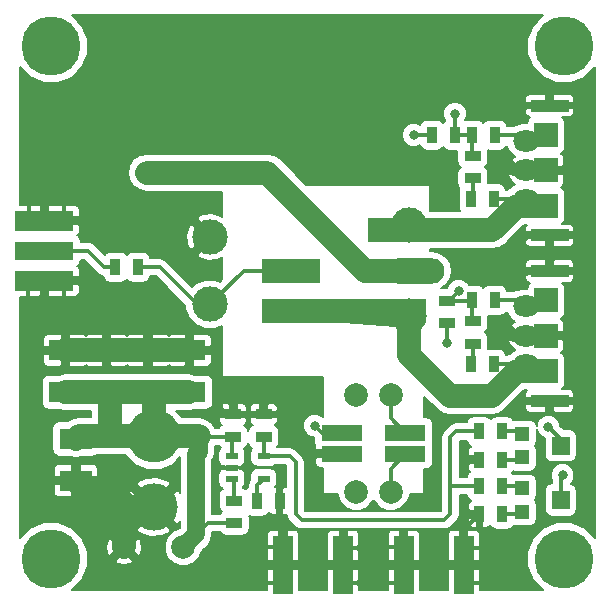
<source format=gtl>
G04 #@! TF.FileFunction,Copper,L1,Top,Signal*
%FSLAX46Y46*%
G04 Gerber Fmt 4.6, Leading zero omitted, Abs format (unit mm)*
G04 Created by KiCad (PCBNEW 4.0.1-stable) date 7/31/2016 1:29:05 PM*
%MOMM*%
G01*
G04 APERTURE LIST*
%ADD10C,0.100000*%
%ADD11C,2.000000*%
%ADD12R,3.500000X1.400000*%
%ADD13R,2.794000X1.778000*%
%ADD14C,4.000000*%
%ADD15C,4.500000*%
%ADD16R,5.000000X1.600000*%
%ADD17R,5.000000X1.700000*%
%ADD18R,1.700000X5.000000*%
%ADD19R,1.050000X0.600000*%
%ADD20R,5.000000X2.150000*%
%ADD21C,3.000000*%
%ADD22R,14.000000X2.150000*%
%ADD23O,5.000000X2.150000*%
%ADD24R,0.889000X1.397000*%
%ADD25R,1.397000X0.889000*%
%ADD26R,1.200000X1.200000*%
%ADD27R,1.500000X1.600000*%
%ADD28C,5.000000*%
%ADD29O,2.200000X1.800000*%
%ADD30R,2.000000X2.000000*%
%ADD31R,3.200000X1.000000*%
%ADD32C,0.800000*%
%ADD33C,1.200000*%
%ADD34C,2.000000*%
%ADD35C,0.350000*%
%ADD36C,1.000000*%
%ADD37C,1.500000*%
%ADD38C,0.200000*%
G04 APERTURE END LIST*
D10*
D11*
X32050000Y-41000000D03*
X29150000Y-41000000D03*
X32050000Y-32800000D03*
D12*
X27900000Y-37800000D03*
X27900000Y-36000000D03*
X33300000Y-37800000D03*
X33300000Y-36000000D03*
D11*
X29150000Y-32800000D03*
D13*
X5400000Y-36522000D03*
X5400000Y-40078000D03*
X4500000Y-32578000D03*
X4500000Y-29022000D03*
X8000000Y-32578000D03*
X8000000Y-29022000D03*
X11500000Y-32578000D03*
X11500000Y-29022000D03*
X15000000Y-32578000D03*
X15000000Y-29022000D03*
D14*
X12000000Y-42300000D03*
D15*
X12000000Y-36300000D03*
D11*
X9500000Y-45700000D03*
X14500000Y-45700000D03*
D16*
X2700000Y-20600000D03*
D17*
X2700000Y-18060000D03*
X2700000Y-23140000D03*
D18*
X33160000Y-47200000D03*
X38240000Y-47200000D03*
X22960000Y-47200000D03*
X28040000Y-47200000D03*
D19*
X18600000Y-38000000D03*
X18600000Y-38950000D03*
X18600000Y-39900000D03*
X21300000Y-39900000D03*
X21300000Y-38000000D03*
D20*
X32600000Y-18855000D03*
D21*
X16750000Y-19435000D03*
D20*
X32600000Y-22285000D03*
D22*
X28100000Y-25715000D03*
D20*
X23600000Y-22285000D03*
D21*
X16750000Y-25135000D03*
X33600000Y-26100000D03*
X33600000Y-18400000D03*
D23*
X34100000Y-22300000D03*
D24*
X39547500Y-42900000D03*
X41452500Y-42900000D03*
X39547500Y-38300000D03*
X41452500Y-38300000D03*
X41452500Y-40500000D03*
X39547500Y-40500000D03*
X41452500Y-35900000D03*
X39547500Y-35900000D03*
D25*
X18800000Y-41747500D03*
X18800000Y-43652500D03*
X39000000Y-14452500D03*
X39000000Y-12547500D03*
X39000000Y-28452500D03*
X39000000Y-26547500D03*
D24*
X38947500Y-10800000D03*
X40852500Y-10800000D03*
X38947500Y-24800000D03*
X40852500Y-24800000D03*
D25*
X18700000Y-36352500D03*
X18700000Y-34447500D03*
X21300000Y-36352500D03*
X21300000Y-34447500D03*
D24*
X20747500Y-41800000D03*
X22652500Y-41800000D03*
X37452500Y-10800000D03*
X35547500Y-10800000D03*
X40752500Y-16200000D03*
X38847500Y-16200000D03*
D25*
X36800000Y-24847500D03*
X36800000Y-26752500D03*
D24*
X8747500Y-22000000D03*
X10652500Y-22000000D03*
X40752500Y-30200000D03*
X38847500Y-30200000D03*
D26*
X43200000Y-40700000D03*
X43200000Y-42700000D03*
D27*
X46450000Y-41700000D03*
D26*
X43200000Y-36100000D03*
X43200000Y-38100000D03*
D27*
X46450000Y-37100000D03*
D28*
X46700000Y-3300000D03*
X46700000Y-46700000D03*
X3300000Y-3300000D03*
X3300000Y-46700000D03*
D29*
X43500000Y-16300000D03*
X43500000Y-11300000D03*
X43500000Y-13800000D03*
D30*
X45200000Y-10800000D03*
X45200000Y-13800000D03*
X45200000Y-16800000D03*
D31*
X45500000Y-8300000D03*
X45500000Y-19300000D03*
D29*
X43500000Y-30300000D03*
X43500000Y-25300000D03*
X43500000Y-27800000D03*
D30*
X45200000Y-24800000D03*
X45200000Y-27800000D03*
X45200000Y-30800000D03*
D31*
X45500000Y-22300000D03*
X45500000Y-33300000D03*
D32*
X37800000Y-24000000D03*
X36800000Y-28400000D03*
X17300000Y-38900000D03*
X17300000Y-31900000D03*
X17400000Y-33700000D03*
X25100000Y-38400000D03*
X25100000Y-37100000D03*
X8000000Y-41200000D03*
X9400000Y-41200000D03*
X41800000Y-27100000D03*
X41800000Y-13100000D03*
X2600000Y-29000000D03*
X1350000Y-24750000D03*
X1350000Y-24750000D03*
X2850000Y-24750000D03*
X4350000Y-24750000D03*
X4350000Y-24750000D03*
X2850000Y-24750000D03*
X2900000Y-16500000D03*
X4400000Y-16500000D03*
X1400000Y-16500000D03*
X1400000Y-16500000D03*
X4400000Y-16500000D03*
X2900000Y-16500000D03*
X38500000Y-38300000D03*
X39850000Y-47250000D03*
X39850000Y-48750000D03*
X39850000Y-45750000D03*
X39850000Y-45750000D03*
X39850000Y-48750000D03*
X39850000Y-47250000D03*
X29550000Y-47250000D03*
X29550000Y-48750000D03*
X29550000Y-45750000D03*
X29550000Y-45750000D03*
X29550000Y-48750000D03*
X29550000Y-47250000D03*
X31600000Y-47200000D03*
X31600000Y-45700000D03*
X31600000Y-48700000D03*
X31600000Y-48700000D03*
X31600000Y-45700000D03*
X31600000Y-47200000D03*
X21300000Y-47200000D03*
X21300000Y-45700000D03*
X21300000Y-48700000D03*
X36000000Y-16900000D03*
X43300000Y-19400000D03*
X37500000Y-7000000D03*
X42600000Y-9200000D03*
X43300000Y-8300000D03*
X42800000Y-34600000D03*
X43200000Y-33500000D03*
X42400000Y-23200000D03*
X42300000Y-20000000D03*
X43400000Y-22400000D03*
X20000000Y-34500000D03*
X22700000Y-34400000D03*
X21300000Y-48700000D03*
X21300000Y-45700000D03*
X21300000Y-47200000D03*
X17000000Y-29000000D03*
X8000000Y-27500000D03*
X4500000Y-27500000D03*
D33*
X15800000Y-36300000D03*
X8300000Y-36300000D03*
X13200000Y-14000000D03*
X11400000Y-14000000D03*
X15000000Y-14000000D03*
D32*
X37500000Y-9000000D03*
X34000000Y-10800000D03*
X45400000Y-35500000D03*
X46600000Y-39600000D03*
X25600000Y-35400000D03*
D34*
X45200000Y-30800000D02*
X42700000Y-30800000D01*
X42700000Y-30800000D02*
X40600000Y-32900000D01*
X40600000Y-32900000D02*
X37100000Y-32900000D01*
X37100000Y-32900000D02*
X33600000Y-29400000D01*
X33600000Y-29400000D02*
X33600000Y-26100000D01*
X33600000Y-26100000D02*
X28100000Y-25715000D01*
X28100000Y-25715000D02*
X33215000Y-25715000D01*
X33215000Y-25715000D02*
X33600000Y-26100000D01*
X33600000Y-26100000D02*
X28100000Y-25715000D01*
D35*
X40752500Y-30200000D02*
X43400000Y-30200000D01*
X43400000Y-30200000D02*
X43500000Y-30300000D01*
X39000000Y-28452500D02*
X39000000Y-30047500D01*
X39000000Y-30047500D02*
X38847500Y-30200000D01*
X2700000Y-20600000D02*
X6400000Y-20600000D01*
X7800000Y-22000000D02*
X6400000Y-20600000D01*
X7800000Y-22000000D02*
X8747500Y-22000000D01*
X23600000Y-22285000D02*
X19600000Y-22285000D01*
X19600000Y-22285000D02*
X16750000Y-25135000D01*
X16750000Y-25135000D02*
X15635000Y-25135000D01*
X15635000Y-25135000D02*
X12500000Y-22000000D01*
X12500000Y-22000000D02*
X10652500Y-22000000D01*
X36800000Y-24847500D02*
X36952500Y-24847500D01*
X36952500Y-24847500D02*
X37800000Y-24000000D01*
X36800000Y-24847500D02*
X36800000Y-24800000D01*
X38947500Y-24800000D02*
X38947500Y-26495000D01*
X38947500Y-26495000D02*
X39000000Y-26547500D01*
X36800000Y-24847500D02*
X38900000Y-24847500D01*
X38900000Y-24847500D02*
X38947500Y-24800000D01*
X32050000Y-32800000D02*
X32050000Y-34750000D01*
X32050000Y-34750000D02*
X33300000Y-36000000D01*
X36800000Y-28400000D02*
X36800000Y-26752500D01*
X18600000Y-38950000D02*
X17350000Y-38950000D01*
X17350000Y-38950000D02*
X17300000Y-38900000D01*
X18700000Y-34447500D02*
X18147500Y-34447500D01*
X18147500Y-34447500D02*
X17400000Y-33700000D01*
X27900000Y-37800000D02*
X25700000Y-37800000D01*
X25700000Y-37800000D02*
X25100000Y-38400000D01*
X27900000Y-37800000D02*
X25800000Y-37800000D01*
X25800000Y-37800000D02*
X25100000Y-37100000D01*
D36*
X9400000Y-41200000D02*
X8000000Y-41200000D01*
X10500000Y-42300000D02*
X9400000Y-41200000D01*
X12000000Y-42300000D02*
X10500000Y-42300000D01*
X43500000Y-27800000D02*
X42500000Y-27800000D01*
X42500000Y-27800000D02*
X41800000Y-27100000D01*
X43500000Y-13800000D02*
X42500000Y-13800000D01*
X42500000Y-13800000D02*
X41800000Y-13100000D01*
D35*
X4500000Y-29022000D02*
X2622000Y-29022000D01*
X2622000Y-29022000D02*
X2600000Y-29000000D01*
X2850000Y-23090000D02*
X2850000Y-24750000D01*
X1350000Y-23950000D02*
X1350000Y-24750000D01*
X2210000Y-23090000D02*
X1350000Y-23950000D01*
X2850000Y-23090000D02*
X2210000Y-23090000D01*
X4350000Y-23950000D02*
X4350000Y-24750000D01*
X3490000Y-23090000D02*
X4350000Y-23950000D01*
X2850000Y-23090000D02*
X3490000Y-23090000D01*
X2850000Y-23090000D02*
X3490000Y-23090000D01*
X3490000Y-23090000D02*
X4350000Y-23950000D01*
X4350000Y-23950000D02*
X4350000Y-24750000D01*
X2850000Y-23090000D02*
X2210000Y-23090000D01*
X2210000Y-23090000D02*
X1350000Y-23950000D01*
X1350000Y-23950000D02*
X1350000Y-24750000D01*
X2850000Y-23090000D02*
X2850000Y-24750000D01*
X2900000Y-18160000D02*
X2900000Y-16500000D01*
X4400000Y-17300000D02*
X4400000Y-16500000D01*
X3540000Y-18160000D02*
X4400000Y-17300000D01*
X2900000Y-18160000D02*
X3540000Y-18160000D01*
X1400000Y-17300000D02*
X1400000Y-16500000D01*
X2260000Y-18160000D02*
X1400000Y-17300000D01*
X2900000Y-18160000D02*
X2260000Y-18160000D01*
X2900000Y-18160000D02*
X2260000Y-18160000D01*
X2260000Y-18160000D02*
X1400000Y-17300000D01*
X1400000Y-17300000D02*
X1400000Y-16500000D01*
X2900000Y-18160000D02*
X3540000Y-18160000D01*
X3540000Y-18160000D02*
X4400000Y-17300000D01*
X4400000Y-17300000D02*
X4400000Y-16500000D01*
X2900000Y-18160000D02*
X2900000Y-16500000D01*
X39547500Y-38300000D02*
X38500000Y-38300000D01*
X38240000Y-47200000D02*
X38240000Y-44207500D01*
X38240000Y-44207500D02*
X39547500Y-42900000D01*
X38190000Y-47250000D02*
X39850000Y-47250000D01*
X39050000Y-48750000D02*
X39850000Y-48750000D01*
X38190000Y-47890000D02*
X39050000Y-48750000D01*
X38190000Y-47250000D02*
X38190000Y-47890000D01*
X39050000Y-45750000D02*
X39850000Y-45750000D01*
X38190000Y-46610000D02*
X39050000Y-45750000D01*
X38190000Y-47250000D02*
X38190000Y-46610000D01*
X38190000Y-47250000D02*
X38190000Y-46610000D01*
X38190000Y-46610000D02*
X39050000Y-45750000D01*
X39050000Y-45750000D02*
X39850000Y-45750000D01*
X38190000Y-47250000D02*
X38190000Y-47890000D01*
X38190000Y-47890000D02*
X39050000Y-48750000D01*
X39050000Y-48750000D02*
X39850000Y-48750000D01*
X38190000Y-47250000D02*
X39850000Y-47250000D01*
X27890000Y-47250000D02*
X29550000Y-47250000D01*
X28750000Y-48750000D02*
X29550000Y-48750000D01*
X27890000Y-47890000D02*
X28750000Y-48750000D01*
X27890000Y-47250000D02*
X27890000Y-47890000D01*
X28750000Y-45750000D02*
X29550000Y-45750000D01*
X27890000Y-46610000D02*
X28750000Y-45750000D01*
X27890000Y-47250000D02*
X27890000Y-46610000D01*
X27890000Y-47250000D02*
X27890000Y-46610000D01*
X27890000Y-46610000D02*
X28750000Y-45750000D01*
X28750000Y-45750000D02*
X29550000Y-45750000D01*
X27890000Y-47250000D02*
X27890000Y-47890000D01*
X27890000Y-47890000D02*
X28750000Y-48750000D01*
X28750000Y-48750000D02*
X29550000Y-48750000D01*
X27890000Y-47250000D02*
X29550000Y-47250000D01*
X33260000Y-47200000D02*
X31600000Y-47200000D01*
X32400000Y-45700000D02*
X31600000Y-45700000D01*
X33260000Y-46560000D02*
X32400000Y-45700000D01*
X33260000Y-47200000D02*
X33260000Y-46560000D01*
X32400000Y-48700000D02*
X31600000Y-48700000D01*
X33260000Y-47840000D02*
X32400000Y-48700000D01*
X33260000Y-47200000D02*
X33260000Y-47840000D01*
X33260000Y-47200000D02*
X33260000Y-47840000D01*
X33260000Y-47840000D02*
X32400000Y-48700000D01*
X32400000Y-48700000D02*
X31600000Y-48700000D01*
X33260000Y-47200000D02*
X33260000Y-46560000D01*
X33260000Y-46560000D02*
X32400000Y-45700000D01*
X32400000Y-45700000D02*
X31600000Y-45700000D01*
X33260000Y-47200000D02*
X31600000Y-47200000D01*
X22960000Y-47200000D02*
X21300000Y-47200000D01*
X22652500Y-46892500D02*
X22960000Y-47200000D01*
X22652500Y-41800000D02*
X22652500Y-46892500D01*
X22100000Y-45700000D02*
X21300000Y-45700000D01*
X22960000Y-46560000D02*
X22100000Y-45700000D01*
X22960000Y-47200000D02*
X22960000Y-46560000D01*
X22100000Y-48700000D02*
X21300000Y-48700000D01*
X22960000Y-47840000D02*
X22100000Y-48700000D01*
X22960000Y-47200000D02*
X22960000Y-47840000D01*
X43500000Y-27800000D02*
X45200000Y-27800000D01*
X43500000Y-13800000D02*
X45200000Y-13800000D01*
X43300000Y-8300000D02*
X43300000Y-8500000D01*
X43300000Y-8500000D02*
X42600000Y-9200000D01*
X45500000Y-8300000D02*
X43300000Y-8300000D01*
X43200000Y-33500000D02*
X43200000Y-34200000D01*
X43200000Y-34200000D02*
X42800000Y-34600000D01*
X45500000Y-33300000D02*
X43400000Y-33300000D01*
X43400000Y-33300000D02*
X43200000Y-33500000D01*
X43400000Y-22400000D02*
X43200000Y-22400000D01*
X43200000Y-22400000D02*
X42400000Y-23200000D01*
X43300000Y-19400000D02*
X42900000Y-19400000D01*
X42900000Y-19400000D02*
X42300000Y-20000000D01*
X45500000Y-22300000D02*
X43500000Y-22300000D01*
X43500000Y-22300000D02*
X43400000Y-22400000D01*
X45500000Y-19300000D02*
X43400000Y-19300000D01*
X43400000Y-19300000D02*
X43300000Y-19400000D01*
X18700000Y-34447500D02*
X19947500Y-34447500D01*
X19947500Y-34447500D02*
X20000000Y-34500000D01*
X21300000Y-34447500D02*
X22652500Y-34447500D01*
X22652500Y-34447500D02*
X22700000Y-34400000D01*
X22960000Y-47200000D02*
X22960000Y-47840000D01*
X22960000Y-47840000D02*
X22100000Y-48700000D01*
X22100000Y-48700000D02*
X21300000Y-48700000D01*
X22960000Y-47200000D02*
X22960000Y-46560000D01*
X22960000Y-46560000D02*
X22100000Y-45700000D01*
X22100000Y-45700000D02*
X21300000Y-45700000D01*
X22652500Y-41800000D02*
X22652500Y-46892500D01*
X22652500Y-46892500D02*
X22960000Y-47200000D01*
X22960000Y-47200000D02*
X21300000Y-47200000D01*
D34*
X9500000Y-45700000D02*
X9500000Y-43600000D01*
X9500000Y-43600000D02*
X8200000Y-42300000D01*
X12000000Y-42300000D02*
X8200000Y-42300000D01*
X8200000Y-42300000D02*
X7622000Y-42300000D01*
X7622000Y-42300000D02*
X5400000Y-40078000D01*
D35*
X18700000Y-34447500D02*
X21300000Y-34447500D01*
X15000000Y-29022000D02*
X16978000Y-29022000D01*
X16978000Y-29022000D02*
X17000000Y-29000000D01*
X8000000Y-29022000D02*
X8000000Y-27500000D01*
X4500000Y-29022000D02*
X4500000Y-27500000D01*
D34*
X4500000Y-29022000D02*
X8000000Y-29022000D01*
X8000000Y-29022000D02*
X11500000Y-29022000D01*
X11500000Y-29022000D02*
X15000000Y-29022000D01*
D37*
X15800000Y-36300000D02*
X15800000Y-37600000D01*
X15800000Y-37600000D02*
X15600000Y-37800000D01*
X15600000Y-37800000D02*
X15600000Y-44600000D01*
X15600000Y-44600000D02*
X14500000Y-45700000D01*
D34*
X30000000Y-22285000D02*
X29885000Y-22285000D01*
X29885000Y-22285000D02*
X21600000Y-14000000D01*
X21600000Y-14000000D02*
X15000000Y-14000000D01*
X8300000Y-36300000D02*
X12000000Y-36300000D01*
X8300000Y-36300000D02*
X8300000Y-32878000D01*
X8300000Y-32878000D02*
X8000000Y-32578000D01*
D35*
X18800000Y-43652500D02*
X16547500Y-43652500D01*
X16547500Y-43652500D02*
X14500000Y-45700000D01*
X18700000Y-36352500D02*
X15852500Y-36352500D01*
X15852500Y-36352500D02*
X15800000Y-36300000D01*
D34*
X12000000Y-36300000D02*
X12000000Y-33078000D01*
X12000000Y-33078000D02*
X11500000Y-32578000D01*
X8300000Y-36300000D02*
X5622000Y-36300000D01*
X5622000Y-36300000D02*
X5400000Y-36522000D01*
X15800000Y-36300000D02*
X12000000Y-36300000D01*
X4500000Y-32578000D02*
X8000000Y-32578000D01*
X8000000Y-32578000D02*
X11500000Y-32578000D01*
X11500000Y-32578000D02*
X15000000Y-32578000D01*
X13200000Y-14000000D02*
X11400000Y-14000000D01*
X15000000Y-14000000D02*
X13200000Y-14000000D01*
X32600000Y-22285000D02*
X30000000Y-22285000D01*
X30000000Y-22285000D02*
X29885000Y-22285000D01*
D35*
X18600000Y-38000000D02*
X18600000Y-36452500D01*
X18600000Y-36452500D02*
X18700000Y-36352500D01*
D34*
X32600000Y-18855000D02*
X40645000Y-18855000D01*
X40645000Y-18855000D02*
X42700000Y-16800000D01*
X42700000Y-16800000D02*
X45200000Y-16800000D01*
X32600000Y-18855000D02*
X33145000Y-18855000D01*
X33145000Y-18855000D02*
X33600000Y-18400000D01*
X33600000Y-18400000D02*
X32600000Y-18855000D01*
D35*
X40752500Y-16200000D02*
X43400000Y-16200000D01*
X43400000Y-16200000D02*
X43500000Y-16300000D01*
X39000000Y-14452500D02*
X39000000Y-16047500D01*
X39000000Y-16047500D02*
X38847500Y-16200000D01*
X37452500Y-10800000D02*
X37452500Y-9047500D01*
X37452500Y-9047500D02*
X37500000Y-9000000D01*
X37452500Y-10800000D02*
X38947500Y-10800000D01*
X38947500Y-10800000D02*
X38947500Y-12495000D01*
X38947500Y-12495000D02*
X39000000Y-12547500D01*
X34000000Y-10800000D02*
X35547500Y-10800000D01*
X20747500Y-41800000D02*
X20747500Y-40452500D01*
X20747500Y-40452500D02*
X21300000Y-39900000D01*
X21300000Y-36352500D02*
X21300000Y-38000000D01*
X39547500Y-40500000D02*
X37100000Y-40500000D01*
X21300000Y-38000000D02*
X23500000Y-38000000D01*
X37600000Y-35900000D02*
X39547500Y-35900000D01*
X37100000Y-36400000D02*
X37600000Y-35900000D01*
X37100000Y-42900000D02*
X37100000Y-40500000D01*
X37100000Y-40500000D02*
X37100000Y-36400000D01*
X36600000Y-43400000D02*
X37100000Y-42900000D01*
X24500000Y-43400000D02*
X36600000Y-43400000D01*
X24000000Y-42900000D02*
X24500000Y-43400000D01*
X24000000Y-38500000D02*
X24000000Y-42900000D01*
X23500000Y-38000000D02*
X24000000Y-38500000D01*
X40852500Y-24800000D02*
X43000000Y-24800000D01*
X43000000Y-24800000D02*
X43500000Y-25300000D01*
X45200000Y-24800000D02*
X44000000Y-24800000D01*
X44000000Y-24800000D02*
X43500000Y-25300000D01*
X40852500Y-10800000D02*
X43000000Y-10800000D01*
X43000000Y-10800000D02*
X43500000Y-11300000D01*
X45200000Y-10800000D02*
X44000000Y-10800000D01*
X44000000Y-10800000D02*
X43500000Y-11300000D01*
X18800000Y-41747500D02*
X18800000Y-40100000D01*
X18800000Y-40100000D02*
X18600000Y-39900000D01*
X45400000Y-35500000D02*
X46450000Y-36550000D01*
X46450000Y-36550000D02*
X46450000Y-37100000D01*
X46450000Y-39750000D02*
X46450000Y-41700000D01*
X46600000Y-39600000D02*
X46450000Y-39750000D01*
X41452500Y-35900000D02*
X43000000Y-35900000D01*
X43000000Y-35900000D02*
X43200000Y-36100000D01*
X41452500Y-40500000D02*
X43000000Y-40500000D01*
X43000000Y-40500000D02*
X43200000Y-40700000D01*
X41452500Y-38300000D02*
X43000000Y-38300000D01*
X43000000Y-38300000D02*
X43200000Y-38100000D01*
X41452500Y-42900000D02*
X43000000Y-42900000D01*
X43000000Y-42900000D02*
X43200000Y-42700000D01*
X32050000Y-41000000D02*
X32050000Y-39050000D01*
X32050000Y-39050000D02*
X33300000Y-37800000D01*
X27900000Y-36000000D02*
X26200000Y-36000000D01*
X26200000Y-36000000D02*
X25600000Y-35400000D01*
D38*
G36*
X44073480Y-1541698D02*
X43600539Y-2680667D01*
X43599463Y-3913923D01*
X44070415Y-5053715D01*
X44941698Y-5926520D01*
X46080667Y-6399461D01*
X47313923Y-6400537D01*
X48453715Y-5929585D01*
X49325000Y-5059819D01*
X49325000Y-44941692D01*
X48458302Y-44073480D01*
X47319333Y-43600539D01*
X46086077Y-43599463D01*
X44946285Y-44070415D01*
X44073480Y-44941698D01*
X43600539Y-46080667D01*
X43599463Y-47313923D01*
X44070415Y-48453715D01*
X44940181Y-49325000D01*
X39590000Y-49325000D01*
X39590000Y-47625000D01*
X39465000Y-47500000D01*
X38540000Y-47500000D01*
X38540000Y-47520000D01*
X37940000Y-47520000D01*
X37940000Y-47500000D01*
X37015000Y-47500000D01*
X36890000Y-47625000D01*
X36890000Y-49325000D01*
X34510000Y-49325000D01*
X34510000Y-47625000D01*
X34385000Y-47500000D01*
X33460000Y-47500000D01*
X33460000Y-47520000D01*
X32860000Y-47520000D01*
X32860000Y-47500000D01*
X31935000Y-47500000D01*
X31810000Y-47625000D01*
X31810000Y-49325000D01*
X29390000Y-49325000D01*
X29390000Y-47625000D01*
X29265000Y-47500000D01*
X28340000Y-47500000D01*
X28340000Y-47520000D01*
X27740000Y-47520000D01*
X27740000Y-47500000D01*
X26815000Y-47500000D01*
X26690000Y-47625000D01*
X26690000Y-49325000D01*
X24310000Y-49325000D01*
X24310000Y-47625000D01*
X24185000Y-47500000D01*
X23260000Y-47500000D01*
X23260000Y-47520000D01*
X22660000Y-47520000D01*
X22660000Y-47500000D01*
X21735000Y-47500000D01*
X21610000Y-47625000D01*
X21610000Y-49325000D01*
X5058308Y-49325000D01*
X5926520Y-48458302D01*
X6399461Y-47319333D01*
X6399842Y-46882261D01*
X8742003Y-46882261D01*
X8861218Y-47089598D01*
X9441618Y-47228273D01*
X10030907Y-47134281D01*
X10138782Y-47089598D01*
X10257997Y-46882261D01*
X9500000Y-46124264D01*
X8742003Y-46882261D01*
X6399842Y-46882261D01*
X6400537Y-46086077D01*
X6216891Y-45641618D01*
X7971727Y-45641618D01*
X8065719Y-46230907D01*
X8110402Y-46338782D01*
X8317739Y-46457997D01*
X9075736Y-45700000D01*
X9924264Y-45700000D01*
X10682261Y-46457997D01*
X10889598Y-46338782D01*
X11028273Y-45758382D01*
X10934281Y-45169093D01*
X10889598Y-45061218D01*
X10682261Y-44942003D01*
X9924264Y-45700000D01*
X9075736Y-45700000D01*
X8317739Y-44942003D01*
X8110402Y-45061218D01*
X7971727Y-45641618D01*
X6216891Y-45641618D01*
X5929585Y-44946285D01*
X5501787Y-44517739D01*
X8742003Y-44517739D01*
X9500000Y-45275736D01*
X10257997Y-44517739D01*
X10138782Y-44310402D01*
X9730981Y-44212966D01*
X10511298Y-44212966D01*
X10754866Y-44524170D01*
X11700800Y-44831357D01*
X12692284Y-44753168D01*
X13245134Y-44524170D01*
X13488702Y-44212966D01*
X12000000Y-42724264D01*
X10511298Y-44212966D01*
X9730981Y-44212966D01*
X9558382Y-44171727D01*
X8969093Y-44265719D01*
X8861218Y-44310402D01*
X8742003Y-44517739D01*
X5501787Y-44517739D01*
X5058302Y-44073480D01*
X3919333Y-43600539D01*
X2686077Y-43599463D01*
X1546285Y-44070415D01*
X675000Y-44940181D01*
X675000Y-42000800D01*
X9468643Y-42000800D01*
X9546832Y-42992284D01*
X9775830Y-43545134D01*
X10087034Y-43788702D01*
X11575736Y-42300000D01*
X10087034Y-40811298D01*
X9775830Y-41054866D01*
X9468643Y-42000800D01*
X675000Y-42000800D01*
X675000Y-40503000D01*
X3503000Y-40503000D01*
X3503000Y-41066456D01*
X3579120Y-41250227D01*
X3719773Y-41390879D01*
X3903544Y-41467000D01*
X4975000Y-41467000D01*
X5100000Y-41342000D01*
X5100000Y-40378000D01*
X5700000Y-40378000D01*
X5700000Y-41342000D01*
X5825000Y-41467000D01*
X6896456Y-41467000D01*
X7080227Y-41390879D01*
X7220880Y-41250227D01*
X7297000Y-41066456D01*
X7297000Y-40503000D01*
X7181034Y-40387034D01*
X10511298Y-40387034D01*
X12000000Y-41875736D01*
X13488702Y-40387034D01*
X13245134Y-40075830D01*
X12299200Y-39768643D01*
X11307716Y-39846832D01*
X10754866Y-40075830D01*
X10511298Y-40387034D01*
X7181034Y-40387034D01*
X7172000Y-40378000D01*
X5700000Y-40378000D01*
X5100000Y-40378000D01*
X3628000Y-40378000D01*
X3503000Y-40503000D01*
X675000Y-40503000D01*
X675000Y-39089544D01*
X3503000Y-39089544D01*
X3503000Y-39653000D01*
X3628000Y-39778000D01*
X5100000Y-39778000D01*
X5100000Y-38814000D01*
X5700000Y-38814000D01*
X5700000Y-39778000D01*
X7172000Y-39778000D01*
X7297000Y-39653000D01*
X7297000Y-39089544D01*
X7220880Y-38905773D01*
X7080227Y-38765121D01*
X6896456Y-38689000D01*
X5825000Y-38689000D01*
X5700000Y-38814000D01*
X5100000Y-38814000D01*
X4975000Y-38689000D01*
X3903544Y-38689000D01*
X3719773Y-38765121D01*
X3579120Y-38905773D01*
X3503000Y-39089544D01*
X675000Y-39089544D01*
X675000Y-31689000D01*
X2491246Y-31689000D01*
X2491246Y-33467000D01*
X2533083Y-33689346D01*
X2664490Y-33893558D01*
X2864993Y-34030556D01*
X3103000Y-34078754D01*
X4001058Y-34078754D01*
X4500000Y-34178000D01*
X6700000Y-34178000D01*
X6700000Y-34700000D01*
X5622000Y-34700000D01*
X5009707Y-34821793D01*
X4711204Y-35021246D01*
X4003000Y-35021246D01*
X3780654Y-35063083D01*
X3576442Y-35194490D01*
X3439444Y-35394993D01*
X3391246Y-35633000D01*
X3391246Y-37411000D01*
X3433083Y-37633346D01*
X3564490Y-37837558D01*
X3764993Y-37974556D01*
X4003000Y-38022754D01*
X4901057Y-38022754D01*
X5400000Y-38122000D01*
X5898943Y-38022754D01*
X6797000Y-38022754D01*
X7019346Y-37980917D01*
X7145094Y-37900000D01*
X9577403Y-37900000D01*
X9582479Y-37912286D01*
X10383497Y-38714704D01*
X11430613Y-39149504D01*
X12564413Y-39150494D01*
X13612286Y-38717521D01*
X14250000Y-38080920D01*
X14250000Y-41117225D01*
X14224170Y-41054866D01*
X13912966Y-40811298D01*
X12424264Y-42300000D01*
X13912966Y-43788702D01*
X14224170Y-43545134D01*
X14250000Y-43465595D01*
X14250000Y-44040812D01*
X14191082Y-44099730D01*
X14183137Y-44099723D01*
X13594857Y-44342795D01*
X13144377Y-44792489D01*
X12900278Y-45380344D01*
X12899723Y-46016863D01*
X13142795Y-46605143D01*
X13592489Y-47055623D01*
X14180344Y-47299722D01*
X14816863Y-47300277D01*
X15405143Y-47057205D01*
X15855623Y-46607511D01*
X16099722Y-46019656D01*
X16099731Y-46009457D01*
X16554594Y-45554594D01*
X16740921Y-45275736D01*
X16847237Y-45116623D01*
X16950000Y-44600000D01*
X16950000Y-44427500D01*
X17601178Y-44427500D01*
X17662990Y-44523558D01*
X17863493Y-44660556D01*
X18101500Y-44708754D01*
X19498500Y-44708754D01*
X19720846Y-44666917D01*
X19823992Y-44600544D01*
X21610000Y-44600544D01*
X21610000Y-46775000D01*
X21735000Y-46900000D01*
X22660000Y-46900000D01*
X22660000Y-44325000D01*
X23260000Y-44325000D01*
X23260000Y-46900000D01*
X24185000Y-46900000D01*
X24310000Y-46775000D01*
X24310000Y-44600544D01*
X26690000Y-44600544D01*
X26690000Y-46775000D01*
X26815000Y-46900000D01*
X27740000Y-46900000D01*
X27740000Y-44325000D01*
X28340000Y-44325000D01*
X28340000Y-46900000D01*
X29265000Y-46900000D01*
X29390000Y-46775000D01*
X29390000Y-44600544D01*
X31810000Y-44600544D01*
X31810000Y-46775000D01*
X31935000Y-46900000D01*
X32860000Y-46900000D01*
X32860000Y-44325000D01*
X33460000Y-44325000D01*
X33460000Y-46900000D01*
X34385000Y-46900000D01*
X34510000Y-46775000D01*
X34510000Y-44600544D01*
X36890000Y-44600544D01*
X36890000Y-46775000D01*
X37015000Y-46900000D01*
X37940000Y-46900000D01*
X37940000Y-44325000D01*
X38540000Y-44325000D01*
X38540000Y-46900000D01*
X39465000Y-46900000D01*
X39590000Y-46775000D01*
X39590000Y-44600544D01*
X39513879Y-44416773D01*
X39373227Y-44276120D01*
X39189456Y-44200000D01*
X38665000Y-44200000D01*
X38540000Y-44325000D01*
X37940000Y-44325000D01*
X37815000Y-44200000D01*
X37290544Y-44200000D01*
X37106773Y-44276120D01*
X36966121Y-44416773D01*
X36890000Y-44600544D01*
X34510000Y-44600544D01*
X34433879Y-44416773D01*
X34293227Y-44276120D01*
X34109456Y-44200000D01*
X33585000Y-44200000D01*
X33460000Y-44325000D01*
X32860000Y-44325000D01*
X32735000Y-44200000D01*
X32210544Y-44200000D01*
X32026773Y-44276120D01*
X31886121Y-44416773D01*
X31810000Y-44600544D01*
X29390000Y-44600544D01*
X29313879Y-44416773D01*
X29173227Y-44276120D01*
X28989456Y-44200000D01*
X28465000Y-44200000D01*
X28340000Y-44325000D01*
X27740000Y-44325000D01*
X27615000Y-44200000D01*
X27090544Y-44200000D01*
X26906773Y-44276120D01*
X26766121Y-44416773D01*
X26690000Y-44600544D01*
X24310000Y-44600544D01*
X24233879Y-44416773D01*
X24093227Y-44276120D01*
X23909456Y-44200000D01*
X23385000Y-44200000D01*
X23260000Y-44325000D01*
X22660000Y-44325000D01*
X22535000Y-44200000D01*
X22010544Y-44200000D01*
X21826773Y-44276120D01*
X21686121Y-44416773D01*
X21610000Y-44600544D01*
X19823992Y-44600544D01*
X19925058Y-44535510D01*
X20062056Y-44335007D01*
X20110254Y-44097000D01*
X20110254Y-43208000D01*
X20083498Y-43065803D01*
X20303000Y-43110254D01*
X21192000Y-43110254D01*
X21414346Y-43068417D01*
X21618558Y-42937010D01*
X21755556Y-42736507D01*
X21758785Y-42720561D01*
X21784121Y-42781727D01*
X21924773Y-42922380D01*
X22108544Y-42998500D01*
X22305250Y-42998500D01*
X22430250Y-42873500D01*
X22430250Y-42100000D01*
X22332500Y-42100000D01*
X22332500Y-41500000D01*
X22430250Y-41500000D01*
X22430250Y-40726500D01*
X22305250Y-40601500D01*
X22276846Y-40601500D01*
X22388556Y-40438007D01*
X22436754Y-40200000D01*
X22436754Y-39600000D01*
X22394917Y-39377654D01*
X22263510Y-39173442D01*
X22063007Y-39036444D01*
X21825000Y-38988246D01*
X20775000Y-38988246D01*
X20552654Y-39030083D01*
X20348442Y-39161490D01*
X20211444Y-39361993D01*
X20163246Y-39600000D01*
X20163246Y-39958738D01*
X20031493Y-40155920D01*
X19972500Y-40452500D01*
X19972500Y-40601178D01*
X19876442Y-40662990D01*
X19796292Y-40780293D01*
X19736507Y-40739444D01*
X19575000Y-40706738D01*
X19575000Y-40604202D01*
X19688556Y-40438007D01*
X19736754Y-40200000D01*
X19736754Y-39600000D01*
X19694917Y-39377654D01*
X19625000Y-39269000D01*
X19625000Y-39225000D01*
X19500000Y-39100000D01*
X19456024Y-39100000D01*
X19363007Y-39036444D01*
X19125000Y-38988246D01*
X18075000Y-38988246D01*
X17852654Y-39030083D01*
X17744000Y-39100000D01*
X17700000Y-39100000D01*
X17575000Y-39225000D01*
X17575000Y-39268976D01*
X17511444Y-39361993D01*
X17463246Y-39600000D01*
X17463246Y-40200000D01*
X17505083Y-40422346D01*
X17636490Y-40626558D01*
X17834473Y-40761834D01*
X17674942Y-40864490D01*
X17537944Y-41064993D01*
X17489746Y-41303000D01*
X17489746Y-42192000D01*
X17531583Y-42414346D01*
X17662990Y-42618558D01*
X17782547Y-42700248D01*
X17674942Y-42769490D01*
X17601142Y-42877500D01*
X16950000Y-42877500D01*
X16950000Y-38262149D01*
X17047238Y-38116622D01*
X17150000Y-37600000D01*
X17150000Y-37127500D01*
X17501178Y-37127500D01*
X17562990Y-37223558D01*
X17638914Y-37275435D01*
X17511444Y-37461993D01*
X17463246Y-37700000D01*
X17463246Y-38300000D01*
X17505083Y-38522346D01*
X17575000Y-38631000D01*
X17575000Y-38675000D01*
X17700000Y-38800000D01*
X17743976Y-38800000D01*
X17836993Y-38863556D01*
X18075000Y-38911754D01*
X19125000Y-38911754D01*
X19347346Y-38869917D01*
X19456000Y-38800000D01*
X19500000Y-38800000D01*
X19625000Y-38675000D01*
X19625000Y-38631024D01*
X19688556Y-38538007D01*
X19736754Y-38300000D01*
X19736754Y-37700000D01*
X19694917Y-37477654D01*
X19622836Y-37365637D01*
X19825058Y-37235510D01*
X19962056Y-37035007D01*
X19999623Y-36849495D01*
X20031583Y-37019346D01*
X20162990Y-37223558D01*
X20307087Y-37322015D01*
X20211444Y-37461993D01*
X20163246Y-37700000D01*
X20163246Y-38300000D01*
X20205083Y-38522346D01*
X20336490Y-38726558D01*
X20536993Y-38863556D01*
X20775000Y-38911754D01*
X21825000Y-38911754D01*
X22047346Y-38869917D01*
X22194851Y-38775000D01*
X23178984Y-38775000D01*
X23225000Y-38821016D01*
X23225000Y-40613323D01*
X23196456Y-40601500D01*
X22999750Y-40601500D01*
X22874750Y-40726500D01*
X22874750Y-41500000D01*
X22972500Y-41500000D01*
X22972500Y-42100000D01*
X22874750Y-42100000D01*
X22874750Y-42873500D01*
X22999750Y-42998500D01*
X23196456Y-42998500D01*
X23240929Y-42980079D01*
X23283993Y-43196580D01*
X23451992Y-43448008D01*
X23951992Y-43948008D01*
X24203420Y-44116007D01*
X24500000Y-44175001D01*
X24500005Y-44175000D01*
X36600000Y-44175000D01*
X36896580Y-44116007D01*
X37148008Y-43948008D01*
X37648008Y-43448008D01*
X37730199Y-43325000D01*
X38603000Y-43325000D01*
X38603000Y-43697956D01*
X38679121Y-43881727D01*
X38819773Y-44022380D01*
X39003544Y-44098500D01*
X39200250Y-44098500D01*
X39325250Y-43973500D01*
X39325250Y-43200000D01*
X38728000Y-43200000D01*
X38603000Y-43325000D01*
X37730199Y-43325000D01*
X37816007Y-43196580D01*
X37875001Y-42900000D01*
X37875000Y-42899995D01*
X37875000Y-41275000D01*
X38505640Y-41275000D01*
X38533083Y-41420846D01*
X38664490Y-41625058D01*
X38862108Y-41760085D01*
X38819773Y-41777620D01*
X38679121Y-41918273D01*
X38603000Y-42102044D01*
X38603000Y-42475000D01*
X38728000Y-42600000D01*
X39325250Y-42600000D01*
X39325250Y-42580000D01*
X39769750Y-42580000D01*
X39769750Y-42600000D01*
X39867500Y-42600000D01*
X39867500Y-43200000D01*
X39769750Y-43200000D01*
X39769750Y-43973500D01*
X39894750Y-44098500D01*
X40091456Y-44098500D01*
X40275227Y-44022380D01*
X40415879Y-43881727D01*
X40439917Y-43823696D01*
X40569490Y-44025058D01*
X40769993Y-44162056D01*
X41008000Y-44210254D01*
X41897000Y-44210254D01*
X42119346Y-44168417D01*
X42323558Y-44037010D01*
X42432340Y-43877802D01*
X42600000Y-43911754D01*
X43800000Y-43911754D01*
X44022346Y-43869917D01*
X44226558Y-43738510D01*
X44363556Y-43538007D01*
X44411754Y-43300000D01*
X44411754Y-42100000D01*
X44369917Y-41877654D01*
X44254276Y-41697943D01*
X44363556Y-41538007D01*
X44411754Y-41300000D01*
X44411754Y-40900000D01*
X45088246Y-40900000D01*
X45088246Y-42500000D01*
X45130083Y-42722346D01*
X45261490Y-42926558D01*
X45461993Y-43063556D01*
X45700000Y-43111754D01*
X47200000Y-43111754D01*
X47422346Y-43069917D01*
X47626558Y-42938510D01*
X47763556Y-42738007D01*
X47811754Y-42500000D01*
X47811754Y-40900000D01*
X47769917Y-40677654D01*
X47638510Y-40473442D01*
X47438007Y-40336444D01*
X47304751Y-40309459D01*
X47447264Y-40167194D01*
X47599826Y-39799785D01*
X47600173Y-39401960D01*
X47448253Y-39034286D01*
X47167194Y-38752736D01*
X46799785Y-38600174D01*
X46401960Y-38599827D01*
X46034286Y-38751747D01*
X45752736Y-39032806D01*
X45600174Y-39400215D01*
X45599827Y-39798040D01*
X45675000Y-39979972D01*
X45675000Y-40292950D01*
X45477654Y-40330083D01*
X45273442Y-40461490D01*
X45136444Y-40661993D01*
X45088246Y-40900000D01*
X44411754Y-40900000D01*
X44411754Y-40100000D01*
X44369917Y-39877654D01*
X44238510Y-39673442D01*
X44038007Y-39536444D01*
X43800000Y-39488246D01*
X42600000Y-39488246D01*
X42429110Y-39520401D01*
X42350282Y-39397898D01*
X42432340Y-39277802D01*
X42600000Y-39311754D01*
X43800000Y-39311754D01*
X44022346Y-39269917D01*
X44226558Y-39138510D01*
X44363556Y-38938007D01*
X44411754Y-38700000D01*
X44411754Y-37500000D01*
X44369917Y-37277654D01*
X44254276Y-37097943D01*
X44363556Y-36938007D01*
X44411754Y-36700000D01*
X44411754Y-35726906D01*
X44551747Y-36065714D01*
X44832806Y-36347264D01*
X45088246Y-36453332D01*
X45088246Y-37900000D01*
X45130083Y-38122346D01*
X45261490Y-38326558D01*
X45461993Y-38463556D01*
X45700000Y-38511754D01*
X47200000Y-38511754D01*
X47422346Y-38469917D01*
X47626558Y-38338510D01*
X47763556Y-38138007D01*
X47811754Y-37900000D01*
X47811754Y-36300000D01*
X47769917Y-36077654D01*
X47638510Y-35873442D01*
X47438007Y-35736444D01*
X47200000Y-35688246D01*
X46684262Y-35688246D01*
X46400084Y-35404068D01*
X46400173Y-35301960D01*
X46248253Y-34934286D01*
X45967194Y-34652736D01*
X45599785Y-34500174D01*
X45201960Y-34499827D01*
X44834286Y-34651747D01*
X44552736Y-34932806D01*
X44400174Y-35300215D01*
X44400054Y-35437819D01*
X44369917Y-35277654D01*
X44238510Y-35073442D01*
X44038007Y-34936444D01*
X43800000Y-34888246D01*
X42600000Y-34888246D01*
X42429110Y-34920401D01*
X42335510Y-34774942D01*
X42135007Y-34637944D01*
X41897000Y-34589746D01*
X41008000Y-34589746D01*
X40785654Y-34631583D01*
X40581442Y-34762990D01*
X40499752Y-34882547D01*
X40430510Y-34774942D01*
X40230007Y-34637944D01*
X39992000Y-34589746D01*
X39103000Y-34589746D01*
X38880654Y-34631583D01*
X38676442Y-34762990D01*
X38539444Y-34963493D01*
X38506738Y-35125000D01*
X37600005Y-35125000D01*
X37600000Y-35124999D01*
X37303420Y-35183993D01*
X37051992Y-35351992D01*
X36551992Y-35851992D01*
X36383993Y-36103420D01*
X36325000Y-36400000D01*
X36325000Y-42578984D01*
X36278984Y-42625000D01*
X24821016Y-42625000D01*
X24775000Y-42578984D01*
X24775000Y-38500005D01*
X24775001Y-38500000D01*
X24716007Y-38203420D01*
X24548008Y-37951992D01*
X24048008Y-37451992D01*
X23796580Y-37283993D01*
X23500000Y-37225000D01*
X22432239Y-37225000D01*
X22562056Y-37035007D01*
X22610254Y-36797000D01*
X22610254Y-35908000D01*
X22568417Y-35685654D01*
X22437010Y-35481442D01*
X22236507Y-35344444D01*
X22220561Y-35341215D01*
X22281727Y-35315879D01*
X22422380Y-35175227D01*
X22498500Y-34991456D01*
X22498500Y-34794750D01*
X22373500Y-34669750D01*
X21600000Y-34669750D01*
X21600000Y-34767500D01*
X21000000Y-34767500D01*
X21000000Y-34669750D01*
X20226500Y-34669750D01*
X20101500Y-34794750D01*
X20101500Y-34991456D01*
X20177620Y-35175227D01*
X20318273Y-35315879D01*
X20376304Y-35339917D01*
X20174942Y-35469490D01*
X20037944Y-35669993D01*
X20000377Y-35855505D01*
X19968417Y-35685654D01*
X19837010Y-35481442D01*
X19636507Y-35344444D01*
X19620561Y-35341215D01*
X19681727Y-35315879D01*
X19822380Y-35175227D01*
X19898500Y-34991456D01*
X19898500Y-34794750D01*
X19773500Y-34669750D01*
X19000000Y-34669750D01*
X19000000Y-34767500D01*
X18400000Y-34767500D01*
X18400000Y-34669750D01*
X17626500Y-34669750D01*
X17501500Y-34794750D01*
X17501500Y-34991456D01*
X17577620Y-35175227D01*
X17718273Y-35315879D01*
X17776304Y-35339917D01*
X17574942Y-35469490D01*
X17501142Y-35577500D01*
X17204569Y-35577500D01*
X16931371Y-35168629D01*
X16412293Y-34821793D01*
X15800000Y-34700000D01*
X14422597Y-34700000D01*
X14417521Y-34687714D01*
X13908696Y-34178000D01*
X15000000Y-34178000D01*
X15498942Y-34078754D01*
X16397000Y-34078754D01*
X16619346Y-34036917D01*
X16823558Y-33905510D01*
X16824901Y-33903544D01*
X17501500Y-33903544D01*
X17501500Y-34100250D01*
X17626500Y-34225250D01*
X18400000Y-34225250D01*
X18400000Y-33628000D01*
X19000000Y-33628000D01*
X19000000Y-34225250D01*
X19773500Y-34225250D01*
X19898500Y-34100250D01*
X19898500Y-33903544D01*
X20101500Y-33903544D01*
X20101500Y-34100250D01*
X20226500Y-34225250D01*
X21000000Y-34225250D01*
X21000000Y-33628000D01*
X21600000Y-33628000D01*
X21600000Y-34225250D01*
X22373500Y-34225250D01*
X22498500Y-34100250D01*
X22498500Y-33903544D01*
X22422380Y-33719773D01*
X22281727Y-33579121D01*
X22097956Y-33503000D01*
X21725000Y-33503000D01*
X21600000Y-33628000D01*
X21000000Y-33628000D01*
X20875000Y-33503000D01*
X20502044Y-33503000D01*
X20318273Y-33579121D01*
X20177620Y-33719773D01*
X20101500Y-33903544D01*
X19898500Y-33903544D01*
X19822380Y-33719773D01*
X19681727Y-33579121D01*
X19497956Y-33503000D01*
X19125000Y-33503000D01*
X19000000Y-33628000D01*
X18400000Y-33628000D01*
X18275000Y-33503000D01*
X17902044Y-33503000D01*
X17718273Y-33579121D01*
X17577620Y-33719773D01*
X17501500Y-33903544D01*
X16824901Y-33903544D01*
X16960556Y-33705007D01*
X17008754Y-33467000D01*
X17008754Y-31689000D01*
X16966917Y-31466654D01*
X16835510Y-31262442D01*
X16635007Y-31125444D01*
X16397000Y-31077246D01*
X15498942Y-31077246D01*
X15000000Y-30978000D01*
X4500000Y-30978000D01*
X4001058Y-31077246D01*
X3103000Y-31077246D01*
X2880654Y-31119083D01*
X2676442Y-31250490D01*
X2539444Y-31450993D01*
X2491246Y-31689000D01*
X675000Y-31689000D01*
X675000Y-29447000D01*
X2603000Y-29447000D01*
X2603000Y-30010456D01*
X2679120Y-30194227D01*
X2819773Y-30334879D01*
X3003544Y-30411000D01*
X4075000Y-30411000D01*
X4200000Y-30286000D01*
X4200000Y-29322000D01*
X4800000Y-29322000D01*
X4800000Y-30286000D01*
X4925000Y-30411000D01*
X5996456Y-30411000D01*
X6180227Y-30334879D01*
X6250000Y-30265106D01*
X6319773Y-30334879D01*
X6503544Y-30411000D01*
X7575000Y-30411000D01*
X7700000Y-30286000D01*
X7700000Y-29322000D01*
X8300000Y-29322000D01*
X8300000Y-30286000D01*
X8425000Y-30411000D01*
X9496456Y-30411000D01*
X9680227Y-30334879D01*
X9750000Y-30265106D01*
X9819773Y-30334879D01*
X10003544Y-30411000D01*
X11075000Y-30411000D01*
X11200000Y-30286000D01*
X11200000Y-29322000D01*
X11800000Y-29322000D01*
X11800000Y-30286000D01*
X11925000Y-30411000D01*
X12996456Y-30411000D01*
X13180227Y-30334879D01*
X13250000Y-30265106D01*
X13319773Y-30334879D01*
X13503544Y-30411000D01*
X14575000Y-30411000D01*
X14700000Y-30286000D01*
X14700000Y-29322000D01*
X15300000Y-29322000D01*
X15300000Y-30286000D01*
X15425000Y-30411000D01*
X16496456Y-30411000D01*
X16680227Y-30334879D01*
X16820880Y-30194227D01*
X16897000Y-30010456D01*
X16897000Y-29447000D01*
X16772000Y-29322000D01*
X15300000Y-29322000D01*
X14700000Y-29322000D01*
X11800000Y-29322000D01*
X11200000Y-29322000D01*
X8300000Y-29322000D01*
X7700000Y-29322000D01*
X4800000Y-29322000D01*
X4200000Y-29322000D01*
X2728000Y-29322000D01*
X2603000Y-29447000D01*
X675000Y-29447000D01*
X675000Y-28033544D01*
X2603000Y-28033544D01*
X2603000Y-28597000D01*
X2728000Y-28722000D01*
X4200000Y-28722000D01*
X4200000Y-27758000D01*
X4800000Y-27758000D01*
X4800000Y-28722000D01*
X7700000Y-28722000D01*
X7700000Y-27758000D01*
X8300000Y-27758000D01*
X8300000Y-28722000D01*
X11200000Y-28722000D01*
X11200000Y-27758000D01*
X11800000Y-27758000D01*
X11800000Y-28722000D01*
X14700000Y-28722000D01*
X14700000Y-27758000D01*
X15300000Y-27758000D01*
X15300000Y-28722000D01*
X16772000Y-28722000D01*
X16897000Y-28597000D01*
X16897000Y-28033544D01*
X16820880Y-27849773D01*
X16680227Y-27709121D01*
X16496456Y-27633000D01*
X15425000Y-27633000D01*
X15300000Y-27758000D01*
X14700000Y-27758000D01*
X14575000Y-27633000D01*
X13503544Y-27633000D01*
X13319773Y-27709121D01*
X13250000Y-27778894D01*
X13180227Y-27709121D01*
X12996456Y-27633000D01*
X11925000Y-27633000D01*
X11800000Y-27758000D01*
X11200000Y-27758000D01*
X11075000Y-27633000D01*
X10003544Y-27633000D01*
X9819773Y-27709121D01*
X9750000Y-27778894D01*
X9680227Y-27709121D01*
X9496456Y-27633000D01*
X8425000Y-27633000D01*
X8300000Y-27758000D01*
X7700000Y-27758000D01*
X7575000Y-27633000D01*
X6503544Y-27633000D01*
X6319773Y-27709121D01*
X6250000Y-27778894D01*
X6180227Y-27709121D01*
X5996456Y-27633000D01*
X4925000Y-27633000D01*
X4800000Y-27758000D01*
X4200000Y-27758000D01*
X4075000Y-27633000D01*
X3003544Y-27633000D01*
X2819773Y-27709121D01*
X2679120Y-27849773D01*
X2603000Y-28033544D01*
X675000Y-28033544D01*
X675000Y-24490000D01*
X2275000Y-24490000D01*
X2400000Y-24365000D01*
X2400000Y-23440000D01*
X3000000Y-23440000D01*
X3000000Y-24365000D01*
X3125000Y-24490000D01*
X5299456Y-24490000D01*
X5483227Y-24413879D01*
X5623880Y-24273227D01*
X5700000Y-24089456D01*
X5700000Y-23565000D01*
X5575000Y-23440000D01*
X3000000Y-23440000D01*
X2400000Y-23440000D01*
X2380000Y-23440000D01*
X2380000Y-22840000D01*
X2400000Y-22840000D01*
X2400000Y-22820000D01*
X3000000Y-22820000D01*
X3000000Y-22840000D01*
X5575000Y-22840000D01*
X5700000Y-22715000D01*
X5700000Y-22190544D01*
X5623880Y-22006773D01*
X5522546Y-21905440D01*
X5626558Y-21838510D01*
X5763556Y-21638007D01*
X5811754Y-21400000D01*
X5811754Y-21375000D01*
X6078984Y-21375000D01*
X7251992Y-22548008D01*
X7503420Y-22716007D01*
X7701971Y-22755501D01*
X7733083Y-22920846D01*
X7864490Y-23125058D01*
X8064993Y-23262056D01*
X8303000Y-23310254D01*
X9192000Y-23310254D01*
X9414346Y-23268417D01*
X9618558Y-23137010D01*
X9700248Y-23017453D01*
X9769490Y-23125058D01*
X9969993Y-23262056D01*
X10208000Y-23310254D01*
X11097000Y-23310254D01*
X11319346Y-23268417D01*
X11523558Y-23137010D01*
X11660556Y-22936507D01*
X11693262Y-22775000D01*
X12178984Y-22775000D01*
X14649903Y-25245918D01*
X14649637Y-25550883D01*
X14968669Y-26323000D01*
X15558893Y-26914255D01*
X16330452Y-27234634D01*
X17165883Y-27235363D01*
X17800000Y-26973351D01*
X17800000Y-31200000D01*
X17806839Y-31236346D01*
X17828319Y-31269727D01*
X17861094Y-31292121D01*
X17900000Y-31300000D01*
X26300000Y-31300000D01*
X26300000Y-34685774D01*
X26167194Y-34552736D01*
X25799785Y-34400174D01*
X25401960Y-34399827D01*
X25034286Y-34551747D01*
X24752736Y-34832806D01*
X24600174Y-35200215D01*
X24599827Y-35598040D01*
X24751747Y-35965714D01*
X25032806Y-36247264D01*
X25400215Y-36399826D01*
X25503900Y-36399916D01*
X25538246Y-36434262D01*
X25538246Y-36700000D01*
X25580083Y-36922346D01*
X25650000Y-37031000D01*
X25650000Y-37375000D01*
X25775000Y-37500000D01*
X26300000Y-37500000D01*
X26300000Y-38100000D01*
X25775000Y-38100000D01*
X25650000Y-38225000D01*
X25650000Y-38599456D01*
X25726120Y-38783227D01*
X25866773Y-38923879D01*
X26050544Y-39000000D01*
X26300000Y-39000000D01*
X26300000Y-41100000D01*
X26306839Y-41136346D01*
X26328319Y-41169727D01*
X26361094Y-41192121D01*
X26400000Y-41200000D01*
X27549825Y-41200000D01*
X27549723Y-41316863D01*
X27792795Y-41905143D01*
X28242489Y-42355623D01*
X28830344Y-42599722D01*
X29466863Y-42600277D01*
X30055143Y-42357205D01*
X30505623Y-41907511D01*
X30599931Y-41680394D01*
X30692795Y-41905143D01*
X31142489Y-42355623D01*
X31730344Y-42599722D01*
X32366863Y-42600277D01*
X32955143Y-42357205D01*
X33405623Y-41907511D01*
X33649722Y-41319656D01*
X33649826Y-41200000D01*
X34800000Y-41200000D01*
X34836346Y-41193161D01*
X34869727Y-41171681D01*
X34892121Y-41138906D01*
X34900000Y-41100000D01*
X34900000Y-39111754D01*
X35050000Y-39111754D01*
X35272346Y-39069917D01*
X35476558Y-38938510D01*
X35613556Y-38738007D01*
X35661754Y-38500000D01*
X35661754Y-37100000D01*
X35622740Y-36892656D01*
X35661754Y-36700000D01*
X35661754Y-35300000D01*
X35619917Y-35077654D01*
X35488510Y-34873442D01*
X35288007Y-34736444D01*
X35050000Y-34688246D01*
X34900000Y-34688246D01*
X34900000Y-32962742D01*
X35968629Y-34031371D01*
X36487707Y-34378207D01*
X37100000Y-34500000D01*
X40600000Y-34500000D01*
X41212294Y-34378207D01*
X41731371Y-34031371D01*
X42087742Y-33675000D01*
X43400000Y-33675000D01*
X43400000Y-33899456D01*
X43476120Y-34083227D01*
X43616773Y-34223879D01*
X43800544Y-34300000D01*
X45075000Y-34300000D01*
X45200000Y-34175000D01*
X45200000Y-33550000D01*
X45800000Y-33550000D01*
X45800000Y-34175000D01*
X45925000Y-34300000D01*
X47199456Y-34300000D01*
X47383227Y-34223879D01*
X47523880Y-34083227D01*
X47600000Y-33899456D01*
X47600000Y-33675000D01*
X47475000Y-33550000D01*
X45800000Y-33550000D01*
X45200000Y-33550000D01*
X43525000Y-33550000D01*
X43400000Y-33675000D01*
X42087742Y-33675000D01*
X43362742Y-32400000D01*
X43592894Y-32400000D01*
X43476120Y-32516773D01*
X43400000Y-32700544D01*
X43400000Y-32925000D01*
X43525000Y-33050000D01*
X45200000Y-33050000D01*
X45200000Y-32980000D01*
X45800000Y-32980000D01*
X45800000Y-33050000D01*
X47475000Y-33050000D01*
X47600000Y-32925000D01*
X47600000Y-32700544D01*
X47523880Y-32516773D01*
X47383227Y-32376121D01*
X47199456Y-32300000D01*
X46531000Y-32300000D01*
X46626558Y-32238510D01*
X46763556Y-32038007D01*
X46811754Y-31800000D01*
X46811754Y-29800000D01*
X46769917Y-29577654D01*
X46638510Y-29373442D01*
X46443625Y-29240283D01*
X46483227Y-29223879D01*
X46623880Y-29083227D01*
X46700000Y-28899456D01*
X46700000Y-28225000D01*
X46575000Y-28100000D01*
X45500000Y-28100000D01*
X45500000Y-28120000D01*
X44945340Y-28120000D01*
X44939203Y-28100000D01*
X43800000Y-28100000D01*
X43800000Y-28120000D01*
X43200000Y-28120000D01*
X43200000Y-28100000D01*
X42060797Y-28100000D01*
X41996287Y-28310227D01*
X42117292Y-28535681D01*
X42488853Y-28932283D01*
X42594181Y-28979989D01*
X42206035Y-29239340D01*
X42160634Y-29307287D01*
X42087707Y-29321793D01*
X41933246Y-29425000D01*
X41794360Y-29425000D01*
X41766917Y-29279154D01*
X41635510Y-29074942D01*
X41435007Y-28937944D01*
X41197000Y-28889746D01*
X40310254Y-28889746D01*
X40310254Y-28008000D01*
X40268417Y-27785654D01*
X40137010Y-27581442D01*
X40017453Y-27499752D01*
X40125058Y-27430510D01*
X40262056Y-27230007D01*
X40310254Y-26992000D01*
X40310254Y-26103000D01*
X40307801Y-26089963D01*
X40408000Y-26110254D01*
X41297000Y-26110254D01*
X41519346Y-26068417D01*
X41723558Y-25937010D01*
X41855108Y-25744481D01*
X41880876Y-25874025D01*
X42206035Y-26360660D01*
X42594181Y-26620011D01*
X42488853Y-26667717D01*
X42117292Y-27064319D01*
X41996287Y-27289773D01*
X42060797Y-27500000D01*
X43200000Y-27500000D01*
X43200000Y-27480000D01*
X43800000Y-27480000D01*
X43800000Y-27500000D01*
X44939203Y-27500000D01*
X44945340Y-27480000D01*
X45500000Y-27480000D01*
X45500000Y-27500000D01*
X46575000Y-27500000D01*
X46700000Y-27375000D01*
X46700000Y-26700544D01*
X46623880Y-26516773D01*
X46483227Y-26376121D01*
X46440323Y-26358349D01*
X46626558Y-26238510D01*
X46763556Y-26038007D01*
X46811754Y-25800000D01*
X46811754Y-23800000D01*
X46769917Y-23577654D01*
X46638510Y-23373442D01*
X46531024Y-23300000D01*
X47199456Y-23300000D01*
X47383227Y-23223879D01*
X47523880Y-23083227D01*
X47600000Y-22899456D01*
X47600000Y-22675000D01*
X47475000Y-22550000D01*
X45800000Y-22550000D01*
X45800000Y-22620000D01*
X45200000Y-22620000D01*
X45200000Y-22550000D01*
X43525000Y-22550000D01*
X43400000Y-22675000D01*
X43400000Y-22899456D01*
X43476120Y-23083227D01*
X43616773Y-23223879D01*
X43800544Y-23300000D01*
X43869000Y-23300000D01*
X43773442Y-23361490D01*
X43636444Y-23561993D01*
X43588246Y-23800000D01*
X43266695Y-23800000D01*
X42692670Y-23914181D01*
X42526818Y-24025000D01*
X41894360Y-24025000D01*
X41866917Y-23879154D01*
X41735510Y-23674942D01*
X41535007Y-23537944D01*
X41297000Y-23489746D01*
X40408000Y-23489746D01*
X40185654Y-23531583D01*
X39981442Y-23662990D01*
X39899752Y-23782547D01*
X39830510Y-23674942D01*
X39630007Y-23537944D01*
X39392000Y-23489746D01*
X38671169Y-23489746D01*
X38648253Y-23434286D01*
X38367194Y-23152736D01*
X37999785Y-23000174D01*
X37601960Y-22999827D01*
X37234286Y-23151747D01*
X36952736Y-23432806D01*
X36803898Y-23791246D01*
X36310915Y-23791246D01*
X36770137Y-23484404D01*
X37133231Y-22940995D01*
X37260733Y-22300000D01*
X37141494Y-21700544D01*
X43400000Y-21700544D01*
X43400000Y-21925000D01*
X43525000Y-22050000D01*
X45200000Y-22050000D01*
X45200000Y-21425000D01*
X45800000Y-21425000D01*
X45800000Y-22050000D01*
X47475000Y-22050000D01*
X47600000Y-21925000D01*
X47600000Y-21700544D01*
X47523880Y-21516773D01*
X47383227Y-21376121D01*
X47199456Y-21300000D01*
X45925000Y-21300000D01*
X45800000Y-21425000D01*
X45200000Y-21425000D01*
X45075000Y-21300000D01*
X43800544Y-21300000D01*
X43616773Y-21376121D01*
X43476120Y-21516773D01*
X43400000Y-21700544D01*
X37141494Y-21700544D01*
X37133231Y-21659005D01*
X36770137Y-21115596D01*
X36226728Y-20752502D01*
X35585733Y-20625000D01*
X35400000Y-20625000D01*
X35400000Y-20455000D01*
X40645000Y-20455000D01*
X41257294Y-20333207D01*
X41776371Y-19986371D01*
X42087742Y-19675000D01*
X43400000Y-19675000D01*
X43400000Y-19899456D01*
X43476120Y-20083227D01*
X43616773Y-20223879D01*
X43800544Y-20300000D01*
X45075000Y-20300000D01*
X45200000Y-20175000D01*
X45200000Y-19550000D01*
X45800000Y-19550000D01*
X45800000Y-20175000D01*
X45925000Y-20300000D01*
X47199456Y-20300000D01*
X47383227Y-20223879D01*
X47523880Y-20083227D01*
X47600000Y-19899456D01*
X47600000Y-19675000D01*
X47475000Y-19550000D01*
X45800000Y-19550000D01*
X45200000Y-19550000D01*
X43525000Y-19550000D01*
X43400000Y-19675000D01*
X42087742Y-19675000D01*
X43362742Y-18400000D01*
X43592894Y-18400000D01*
X43476120Y-18516773D01*
X43400000Y-18700544D01*
X43400000Y-18925000D01*
X43525000Y-19050000D01*
X45200000Y-19050000D01*
X45200000Y-18980000D01*
X45800000Y-18980000D01*
X45800000Y-19050000D01*
X47475000Y-19050000D01*
X47600000Y-18925000D01*
X47600000Y-18700544D01*
X47523880Y-18516773D01*
X47383227Y-18376121D01*
X47199456Y-18300000D01*
X46531000Y-18300000D01*
X46626558Y-18238510D01*
X46763556Y-18038007D01*
X46811754Y-17800000D01*
X46811754Y-15800000D01*
X46769917Y-15577654D01*
X46638510Y-15373442D01*
X46443625Y-15240283D01*
X46483227Y-15223879D01*
X46623880Y-15083227D01*
X46700000Y-14899456D01*
X46700000Y-14225000D01*
X46575000Y-14100000D01*
X45500000Y-14100000D01*
X45500000Y-14120000D01*
X44945340Y-14120000D01*
X44939203Y-14100000D01*
X43800000Y-14100000D01*
X43800000Y-14120000D01*
X43200000Y-14120000D01*
X43200000Y-14100000D01*
X42060797Y-14100000D01*
X41996287Y-14310227D01*
X42117292Y-14535681D01*
X42488853Y-14932283D01*
X42594181Y-14979989D01*
X42206035Y-15239340D01*
X42160635Y-15307287D01*
X42087706Y-15321793D01*
X41933246Y-15425000D01*
X41794360Y-15425000D01*
X41766917Y-15279154D01*
X41635510Y-15074942D01*
X41435007Y-14937944D01*
X41197000Y-14889746D01*
X40310254Y-14889746D01*
X40310254Y-14008000D01*
X40268417Y-13785654D01*
X40137010Y-13581442D01*
X40017453Y-13499752D01*
X40125058Y-13430510D01*
X40262056Y-13230007D01*
X40310254Y-12992000D01*
X40310254Y-12103000D01*
X40307801Y-12089963D01*
X40408000Y-12110254D01*
X41297000Y-12110254D01*
X41519346Y-12068417D01*
X41723558Y-11937010D01*
X41855108Y-11744481D01*
X41880876Y-11874025D01*
X42206035Y-12360660D01*
X42594181Y-12620011D01*
X42488853Y-12667717D01*
X42117292Y-13064319D01*
X41996287Y-13289773D01*
X42060797Y-13500000D01*
X43200000Y-13500000D01*
X43200000Y-13480000D01*
X43800000Y-13480000D01*
X43800000Y-13500000D01*
X44939203Y-13500000D01*
X44945340Y-13480000D01*
X45500000Y-13480000D01*
X45500000Y-13500000D01*
X46575000Y-13500000D01*
X46700000Y-13375000D01*
X46700000Y-12700544D01*
X46623880Y-12516773D01*
X46483227Y-12376121D01*
X46440323Y-12358349D01*
X46626558Y-12238510D01*
X46763556Y-12038007D01*
X46811754Y-11800000D01*
X46811754Y-9800000D01*
X46769917Y-9577654D01*
X46638510Y-9373442D01*
X46531024Y-9300000D01*
X47199456Y-9300000D01*
X47383227Y-9223879D01*
X47523880Y-9083227D01*
X47600000Y-8899456D01*
X47600000Y-8675000D01*
X47475000Y-8550000D01*
X45800000Y-8550000D01*
X45800000Y-8620000D01*
X45200000Y-8620000D01*
X45200000Y-8550000D01*
X43525000Y-8550000D01*
X43400000Y-8675000D01*
X43400000Y-8899456D01*
X43476120Y-9083227D01*
X43616773Y-9223879D01*
X43800544Y-9300000D01*
X43869000Y-9300000D01*
X43773442Y-9361490D01*
X43636444Y-9561993D01*
X43588246Y-9800000D01*
X43266695Y-9800000D01*
X42692670Y-9914181D01*
X42526818Y-10025000D01*
X41894360Y-10025000D01*
X41866917Y-9879154D01*
X41735510Y-9674942D01*
X41535007Y-9537944D01*
X41297000Y-9489746D01*
X40408000Y-9489746D01*
X40185654Y-9531583D01*
X39981442Y-9662990D01*
X39899752Y-9782547D01*
X39830510Y-9674942D01*
X39630007Y-9537944D01*
X39392000Y-9489746D01*
X38503000Y-9489746D01*
X38368950Y-9514969D01*
X38499826Y-9199785D01*
X38500173Y-8801960D01*
X38348253Y-8434286D01*
X38067194Y-8152736D01*
X37699785Y-8000174D01*
X37301960Y-7999827D01*
X36934286Y-8151747D01*
X36652736Y-8432806D01*
X36500174Y-8800215D01*
X36499827Y-9198040D01*
X36651747Y-9565714D01*
X36677500Y-9591512D01*
X36677500Y-9601178D01*
X36581442Y-9662990D01*
X36499752Y-9782547D01*
X36430510Y-9674942D01*
X36230007Y-9537944D01*
X35992000Y-9489746D01*
X35103000Y-9489746D01*
X34880654Y-9531583D01*
X34676442Y-9662990D01*
X34539444Y-9863493D01*
X34524926Y-9935185D01*
X34199785Y-9800174D01*
X33801960Y-9799827D01*
X33434286Y-9951747D01*
X33152736Y-10232806D01*
X33000174Y-10600215D01*
X32999827Y-10998040D01*
X33151747Y-11365714D01*
X33432806Y-11647264D01*
X33800215Y-11799826D01*
X34198040Y-11800173D01*
X34522763Y-11666000D01*
X34533083Y-11720846D01*
X34664490Y-11925058D01*
X34864993Y-12062056D01*
X35103000Y-12110254D01*
X35992000Y-12110254D01*
X36214346Y-12068417D01*
X36418558Y-11937010D01*
X36500248Y-11817453D01*
X36569490Y-11925058D01*
X36769993Y-12062056D01*
X37008000Y-12110254D01*
X37689746Y-12110254D01*
X37689746Y-12992000D01*
X37731583Y-13214346D01*
X37862990Y-13418558D01*
X37982547Y-13500248D01*
X37874942Y-13569490D01*
X37737944Y-13769993D01*
X37689746Y-14008000D01*
X37689746Y-14897000D01*
X37731583Y-15119346D01*
X37835828Y-15281348D01*
X37791246Y-15501500D01*
X37791246Y-16898500D01*
X37833083Y-17120846D01*
X37919409Y-17255000D01*
X35400000Y-17255000D01*
X35400000Y-15100000D01*
X35393161Y-15063654D01*
X35371681Y-15030273D01*
X35338906Y-15007879D01*
X35300000Y-15000000D01*
X24862742Y-15000000D01*
X22731371Y-12868629D01*
X22212294Y-12521793D01*
X21600000Y-12400000D01*
X11400000Y-12400000D01*
X10787707Y-12521793D01*
X10268629Y-12868629D01*
X9921793Y-13387707D01*
X9800000Y-14000000D01*
X9921793Y-14612293D01*
X10268629Y-15131371D01*
X10787707Y-15478207D01*
X11400000Y-15600000D01*
X17800000Y-15600000D01*
X17800000Y-17779619D01*
X17692854Y-17626882D01*
X16929146Y-17403702D01*
X16138166Y-17489769D01*
X15807146Y-17626882D01*
X15625328Y-17886064D01*
X16750000Y-19010736D01*
X16764143Y-18996594D01*
X17188407Y-19420858D01*
X17174264Y-19435000D01*
X17188407Y-19449143D01*
X16764143Y-19873407D01*
X16750000Y-19859264D01*
X15625328Y-20983936D01*
X15807146Y-21243118D01*
X16570854Y-21466298D01*
X17361834Y-21380231D01*
X17692854Y-21243118D01*
X17800000Y-21090381D01*
X17800000Y-22988984D01*
X17582250Y-23206734D01*
X17169548Y-23035366D01*
X16334117Y-23034637D01*
X15562000Y-23353669D01*
X15255575Y-23659560D01*
X13048008Y-21451992D01*
X12796580Y-21283993D01*
X12500000Y-21225000D01*
X11694360Y-21225000D01*
X11666917Y-21079154D01*
X11535510Y-20874942D01*
X11335007Y-20737944D01*
X11097000Y-20689746D01*
X10208000Y-20689746D01*
X9985654Y-20731583D01*
X9781442Y-20862990D01*
X9699752Y-20982547D01*
X9630510Y-20874942D01*
X9430007Y-20737944D01*
X9192000Y-20689746D01*
X8303000Y-20689746D01*
X8080654Y-20731583D01*
X7876442Y-20862990D01*
X7828773Y-20932757D01*
X6948008Y-20051992D01*
X6696580Y-19883993D01*
X6400000Y-19825000D01*
X5811754Y-19825000D01*
X5811754Y-19800000D01*
X5769917Y-19577654D01*
X5638510Y-19373442D01*
X5522756Y-19294350D01*
X5561252Y-19255854D01*
X14718702Y-19255854D01*
X14804769Y-20046834D01*
X14941882Y-20377854D01*
X15201064Y-20559672D01*
X16325736Y-19435000D01*
X15201064Y-18310328D01*
X14941882Y-18492146D01*
X14718702Y-19255854D01*
X5561252Y-19255854D01*
X5623880Y-19193227D01*
X5700000Y-19009456D01*
X5700000Y-18485000D01*
X5575000Y-18360000D01*
X3000000Y-18360000D01*
X3000000Y-18380000D01*
X2400000Y-18380000D01*
X2400000Y-18360000D01*
X2380000Y-18360000D01*
X2380000Y-17760000D01*
X2400000Y-17760000D01*
X2400000Y-16835000D01*
X3000000Y-16835000D01*
X3000000Y-17760000D01*
X5575000Y-17760000D01*
X5700000Y-17635000D01*
X5700000Y-17110544D01*
X5623880Y-16926773D01*
X5483227Y-16786121D01*
X5299456Y-16710000D01*
X3125000Y-16710000D01*
X3000000Y-16835000D01*
X2400000Y-16835000D01*
X2275000Y-16710000D01*
X675000Y-16710000D01*
X675000Y-7700544D01*
X43400000Y-7700544D01*
X43400000Y-7925000D01*
X43525000Y-8050000D01*
X45200000Y-8050000D01*
X45200000Y-7425000D01*
X45800000Y-7425000D01*
X45800000Y-8050000D01*
X47475000Y-8050000D01*
X47600000Y-7925000D01*
X47600000Y-7700544D01*
X47523880Y-7516773D01*
X47383227Y-7376121D01*
X47199456Y-7300000D01*
X45925000Y-7300000D01*
X45800000Y-7425000D01*
X45200000Y-7425000D01*
X45075000Y-7300000D01*
X43800544Y-7300000D01*
X43616773Y-7376121D01*
X43476120Y-7516773D01*
X43400000Y-7700544D01*
X675000Y-7700544D01*
X675000Y-5058308D01*
X1541698Y-5926520D01*
X2680667Y-6399461D01*
X3913923Y-6400537D01*
X5053715Y-5929585D01*
X5926520Y-5058302D01*
X6399461Y-3919333D01*
X6400537Y-2686077D01*
X5929585Y-1546285D01*
X5059819Y-675000D01*
X44941692Y-675000D01*
X44073480Y-1541698D01*
X44073480Y-1541698D01*
G37*
X44073480Y-1541698D02*
X43600539Y-2680667D01*
X43599463Y-3913923D01*
X44070415Y-5053715D01*
X44941698Y-5926520D01*
X46080667Y-6399461D01*
X47313923Y-6400537D01*
X48453715Y-5929585D01*
X49325000Y-5059819D01*
X49325000Y-44941692D01*
X48458302Y-44073480D01*
X47319333Y-43600539D01*
X46086077Y-43599463D01*
X44946285Y-44070415D01*
X44073480Y-44941698D01*
X43600539Y-46080667D01*
X43599463Y-47313923D01*
X44070415Y-48453715D01*
X44940181Y-49325000D01*
X39590000Y-49325000D01*
X39590000Y-47625000D01*
X39465000Y-47500000D01*
X38540000Y-47500000D01*
X38540000Y-47520000D01*
X37940000Y-47520000D01*
X37940000Y-47500000D01*
X37015000Y-47500000D01*
X36890000Y-47625000D01*
X36890000Y-49325000D01*
X34510000Y-49325000D01*
X34510000Y-47625000D01*
X34385000Y-47500000D01*
X33460000Y-47500000D01*
X33460000Y-47520000D01*
X32860000Y-47520000D01*
X32860000Y-47500000D01*
X31935000Y-47500000D01*
X31810000Y-47625000D01*
X31810000Y-49325000D01*
X29390000Y-49325000D01*
X29390000Y-47625000D01*
X29265000Y-47500000D01*
X28340000Y-47500000D01*
X28340000Y-47520000D01*
X27740000Y-47520000D01*
X27740000Y-47500000D01*
X26815000Y-47500000D01*
X26690000Y-47625000D01*
X26690000Y-49325000D01*
X24310000Y-49325000D01*
X24310000Y-47625000D01*
X24185000Y-47500000D01*
X23260000Y-47500000D01*
X23260000Y-47520000D01*
X22660000Y-47520000D01*
X22660000Y-47500000D01*
X21735000Y-47500000D01*
X21610000Y-47625000D01*
X21610000Y-49325000D01*
X5058308Y-49325000D01*
X5926520Y-48458302D01*
X6399461Y-47319333D01*
X6399842Y-46882261D01*
X8742003Y-46882261D01*
X8861218Y-47089598D01*
X9441618Y-47228273D01*
X10030907Y-47134281D01*
X10138782Y-47089598D01*
X10257997Y-46882261D01*
X9500000Y-46124264D01*
X8742003Y-46882261D01*
X6399842Y-46882261D01*
X6400537Y-46086077D01*
X6216891Y-45641618D01*
X7971727Y-45641618D01*
X8065719Y-46230907D01*
X8110402Y-46338782D01*
X8317739Y-46457997D01*
X9075736Y-45700000D01*
X9924264Y-45700000D01*
X10682261Y-46457997D01*
X10889598Y-46338782D01*
X11028273Y-45758382D01*
X10934281Y-45169093D01*
X10889598Y-45061218D01*
X10682261Y-44942003D01*
X9924264Y-45700000D01*
X9075736Y-45700000D01*
X8317739Y-44942003D01*
X8110402Y-45061218D01*
X7971727Y-45641618D01*
X6216891Y-45641618D01*
X5929585Y-44946285D01*
X5501787Y-44517739D01*
X8742003Y-44517739D01*
X9500000Y-45275736D01*
X10257997Y-44517739D01*
X10138782Y-44310402D01*
X9730981Y-44212966D01*
X10511298Y-44212966D01*
X10754866Y-44524170D01*
X11700800Y-44831357D01*
X12692284Y-44753168D01*
X13245134Y-44524170D01*
X13488702Y-44212966D01*
X12000000Y-42724264D01*
X10511298Y-44212966D01*
X9730981Y-44212966D01*
X9558382Y-44171727D01*
X8969093Y-44265719D01*
X8861218Y-44310402D01*
X8742003Y-44517739D01*
X5501787Y-44517739D01*
X5058302Y-44073480D01*
X3919333Y-43600539D01*
X2686077Y-43599463D01*
X1546285Y-44070415D01*
X675000Y-44940181D01*
X675000Y-42000800D01*
X9468643Y-42000800D01*
X9546832Y-42992284D01*
X9775830Y-43545134D01*
X10087034Y-43788702D01*
X11575736Y-42300000D01*
X10087034Y-40811298D01*
X9775830Y-41054866D01*
X9468643Y-42000800D01*
X675000Y-42000800D01*
X675000Y-40503000D01*
X3503000Y-40503000D01*
X3503000Y-41066456D01*
X3579120Y-41250227D01*
X3719773Y-41390879D01*
X3903544Y-41467000D01*
X4975000Y-41467000D01*
X5100000Y-41342000D01*
X5100000Y-40378000D01*
X5700000Y-40378000D01*
X5700000Y-41342000D01*
X5825000Y-41467000D01*
X6896456Y-41467000D01*
X7080227Y-41390879D01*
X7220880Y-41250227D01*
X7297000Y-41066456D01*
X7297000Y-40503000D01*
X7181034Y-40387034D01*
X10511298Y-40387034D01*
X12000000Y-41875736D01*
X13488702Y-40387034D01*
X13245134Y-40075830D01*
X12299200Y-39768643D01*
X11307716Y-39846832D01*
X10754866Y-40075830D01*
X10511298Y-40387034D01*
X7181034Y-40387034D01*
X7172000Y-40378000D01*
X5700000Y-40378000D01*
X5100000Y-40378000D01*
X3628000Y-40378000D01*
X3503000Y-40503000D01*
X675000Y-40503000D01*
X675000Y-39089544D01*
X3503000Y-39089544D01*
X3503000Y-39653000D01*
X3628000Y-39778000D01*
X5100000Y-39778000D01*
X5100000Y-38814000D01*
X5700000Y-38814000D01*
X5700000Y-39778000D01*
X7172000Y-39778000D01*
X7297000Y-39653000D01*
X7297000Y-39089544D01*
X7220880Y-38905773D01*
X7080227Y-38765121D01*
X6896456Y-38689000D01*
X5825000Y-38689000D01*
X5700000Y-38814000D01*
X5100000Y-38814000D01*
X4975000Y-38689000D01*
X3903544Y-38689000D01*
X3719773Y-38765121D01*
X3579120Y-38905773D01*
X3503000Y-39089544D01*
X675000Y-39089544D01*
X675000Y-31689000D01*
X2491246Y-31689000D01*
X2491246Y-33467000D01*
X2533083Y-33689346D01*
X2664490Y-33893558D01*
X2864993Y-34030556D01*
X3103000Y-34078754D01*
X4001058Y-34078754D01*
X4500000Y-34178000D01*
X6700000Y-34178000D01*
X6700000Y-34700000D01*
X5622000Y-34700000D01*
X5009707Y-34821793D01*
X4711204Y-35021246D01*
X4003000Y-35021246D01*
X3780654Y-35063083D01*
X3576442Y-35194490D01*
X3439444Y-35394993D01*
X3391246Y-35633000D01*
X3391246Y-37411000D01*
X3433083Y-37633346D01*
X3564490Y-37837558D01*
X3764993Y-37974556D01*
X4003000Y-38022754D01*
X4901057Y-38022754D01*
X5400000Y-38122000D01*
X5898943Y-38022754D01*
X6797000Y-38022754D01*
X7019346Y-37980917D01*
X7145094Y-37900000D01*
X9577403Y-37900000D01*
X9582479Y-37912286D01*
X10383497Y-38714704D01*
X11430613Y-39149504D01*
X12564413Y-39150494D01*
X13612286Y-38717521D01*
X14250000Y-38080920D01*
X14250000Y-41117225D01*
X14224170Y-41054866D01*
X13912966Y-40811298D01*
X12424264Y-42300000D01*
X13912966Y-43788702D01*
X14224170Y-43545134D01*
X14250000Y-43465595D01*
X14250000Y-44040812D01*
X14191082Y-44099730D01*
X14183137Y-44099723D01*
X13594857Y-44342795D01*
X13144377Y-44792489D01*
X12900278Y-45380344D01*
X12899723Y-46016863D01*
X13142795Y-46605143D01*
X13592489Y-47055623D01*
X14180344Y-47299722D01*
X14816863Y-47300277D01*
X15405143Y-47057205D01*
X15855623Y-46607511D01*
X16099722Y-46019656D01*
X16099731Y-46009457D01*
X16554594Y-45554594D01*
X16740921Y-45275736D01*
X16847237Y-45116623D01*
X16950000Y-44600000D01*
X16950000Y-44427500D01*
X17601178Y-44427500D01*
X17662990Y-44523558D01*
X17863493Y-44660556D01*
X18101500Y-44708754D01*
X19498500Y-44708754D01*
X19720846Y-44666917D01*
X19823992Y-44600544D01*
X21610000Y-44600544D01*
X21610000Y-46775000D01*
X21735000Y-46900000D01*
X22660000Y-46900000D01*
X22660000Y-44325000D01*
X23260000Y-44325000D01*
X23260000Y-46900000D01*
X24185000Y-46900000D01*
X24310000Y-46775000D01*
X24310000Y-44600544D01*
X26690000Y-44600544D01*
X26690000Y-46775000D01*
X26815000Y-46900000D01*
X27740000Y-46900000D01*
X27740000Y-44325000D01*
X28340000Y-44325000D01*
X28340000Y-46900000D01*
X29265000Y-46900000D01*
X29390000Y-46775000D01*
X29390000Y-44600544D01*
X31810000Y-44600544D01*
X31810000Y-46775000D01*
X31935000Y-46900000D01*
X32860000Y-46900000D01*
X32860000Y-44325000D01*
X33460000Y-44325000D01*
X33460000Y-46900000D01*
X34385000Y-46900000D01*
X34510000Y-46775000D01*
X34510000Y-44600544D01*
X36890000Y-44600544D01*
X36890000Y-46775000D01*
X37015000Y-46900000D01*
X37940000Y-46900000D01*
X37940000Y-44325000D01*
X38540000Y-44325000D01*
X38540000Y-46900000D01*
X39465000Y-46900000D01*
X39590000Y-46775000D01*
X39590000Y-44600544D01*
X39513879Y-44416773D01*
X39373227Y-44276120D01*
X39189456Y-44200000D01*
X38665000Y-44200000D01*
X38540000Y-44325000D01*
X37940000Y-44325000D01*
X37815000Y-44200000D01*
X37290544Y-44200000D01*
X37106773Y-44276120D01*
X36966121Y-44416773D01*
X36890000Y-44600544D01*
X34510000Y-44600544D01*
X34433879Y-44416773D01*
X34293227Y-44276120D01*
X34109456Y-44200000D01*
X33585000Y-44200000D01*
X33460000Y-44325000D01*
X32860000Y-44325000D01*
X32735000Y-44200000D01*
X32210544Y-44200000D01*
X32026773Y-44276120D01*
X31886121Y-44416773D01*
X31810000Y-44600544D01*
X29390000Y-44600544D01*
X29313879Y-44416773D01*
X29173227Y-44276120D01*
X28989456Y-44200000D01*
X28465000Y-44200000D01*
X28340000Y-44325000D01*
X27740000Y-44325000D01*
X27615000Y-44200000D01*
X27090544Y-44200000D01*
X26906773Y-44276120D01*
X26766121Y-44416773D01*
X26690000Y-44600544D01*
X24310000Y-44600544D01*
X24233879Y-44416773D01*
X24093227Y-44276120D01*
X23909456Y-44200000D01*
X23385000Y-44200000D01*
X23260000Y-44325000D01*
X22660000Y-44325000D01*
X22535000Y-44200000D01*
X22010544Y-44200000D01*
X21826773Y-44276120D01*
X21686121Y-44416773D01*
X21610000Y-44600544D01*
X19823992Y-44600544D01*
X19925058Y-44535510D01*
X20062056Y-44335007D01*
X20110254Y-44097000D01*
X20110254Y-43208000D01*
X20083498Y-43065803D01*
X20303000Y-43110254D01*
X21192000Y-43110254D01*
X21414346Y-43068417D01*
X21618558Y-42937010D01*
X21755556Y-42736507D01*
X21758785Y-42720561D01*
X21784121Y-42781727D01*
X21924773Y-42922380D01*
X22108544Y-42998500D01*
X22305250Y-42998500D01*
X22430250Y-42873500D01*
X22430250Y-42100000D01*
X22332500Y-42100000D01*
X22332500Y-41500000D01*
X22430250Y-41500000D01*
X22430250Y-40726500D01*
X22305250Y-40601500D01*
X22276846Y-40601500D01*
X22388556Y-40438007D01*
X22436754Y-40200000D01*
X22436754Y-39600000D01*
X22394917Y-39377654D01*
X22263510Y-39173442D01*
X22063007Y-39036444D01*
X21825000Y-38988246D01*
X20775000Y-38988246D01*
X20552654Y-39030083D01*
X20348442Y-39161490D01*
X20211444Y-39361993D01*
X20163246Y-39600000D01*
X20163246Y-39958738D01*
X20031493Y-40155920D01*
X19972500Y-40452500D01*
X19972500Y-40601178D01*
X19876442Y-40662990D01*
X19796292Y-40780293D01*
X19736507Y-40739444D01*
X19575000Y-40706738D01*
X19575000Y-40604202D01*
X19688556Y-40438007D01*
X19736754Y-40200000D01*
X19736754Y-39600000D01*
X19694917Y-39377654D01*
X19625000Y-39269000D01*
X19625000Y-39225000D01*
X19500000Y-39100000D01*
X19456024Y-39100000D01*
X19363007Y-39036444D01*
X19125000Y-38988246D01*
X18075000Y-38988246D01*
X17852654Y-39030083D01*
X17744000Y-39100000D01*
X17700000Y-39100000D01*
X17575000Y-39225000D01*
X17575000Y-39268976D01*
X17511444Y-39361993D01*
X17463246Y-39600000D01*
X17463246Y-40200000D01*
X17505083Y-40422346D01*
X17636490Y-40626558D01*
X17834473Y-40761834D01*
X17674942Y-40864490D01*
X17537944Y-41064993D01*
X17489746Y-41303000D01*
X17489746Y-42192000D01*
X17531583Y-42414346D01*
X17662990Y-42618558D01*
X17782547Y-42700248D01*
X17674942Y-42769490D01*
X17601142Y-42877500D01*
X16950000Y-42877500D01*
X16950000Y-38262149D01*
X17047238Y-38116622D01*
X17150000Y-37600000D01*
X17150000Y-37127500D01*
X17501178Y-37127500D01*
X17562990Y-37223558D01*
X17638914Y-37275435D01*
X17511444Y-37461993D01*
X17463246Y-37700000D01*
X17463246Y-38300000D01*
X17505083Y-38522346D01*
X17575000Y-38631000D01*
X17575000Y-38675000D01*
X17700000Y-38800000D01*
X17743976Y-38800000D01*
X17836993Y-38863556D01*
X18075000Y-38911754D01*
X19125000Y-38911754D01*
X19347346Y-38869917D01*
X19456000Y-38800000D01*
X19500000Y-38800000D01*
X19625000Y-38675000D01*
X19625000Y-38631024D01*
X19688556Y-38538007D01*
X19736754Y-38300000D01*
X19736754Y-37700000D01*
X19694917Y-37477654D01*
X19622836Y-37365637D01*
X19825058Y-37235510D01*
X19962056Y-37035007D01*
X19999623Y-36849495D01*
X20031583Y-37019346D01*
X20162990Y-37223558D01*
X20307087Y-37322015D01*
X20211444Y-37461993D01*
X20163246Y-37700000D01*
X20163246Y-38300000D01*
X20205083Y-38522346D01*
X20336490Y-38726558D01*
X20536993Y-38863556D01*
X20775000Y-38911754D01*
X21825000Y-38911754D01*
X22047346Y-38869917D01*
X22194851Y-38775000D01*
X23178984Y-38775000D01*
X23225000Y-38821016D01*
X23225000Y-40613323D01*
X23196456Y-40601500D01*
X22999750Y-40601500D01*
X22874750Y-40726500D01*
X22874750Y-41500000D01*
X22972500Y-41500000D01*
X22972500Y-42100000D01*
X22874750Y-42100000D01*
X22874750Y-42873500D01*
X22999750Y-42998500D01*
X23196456Y-42998500D01*
X23240929Y-42980079D01*
X23283993Y-43196580D01*
X23451992Y-43448008D01*
X23951992Y-43948008D01*
X24203420Y-44116007D01*
X24500000Y-44175001D01*
X24500005Y-44175000D01*
X36600000Y-44175000D01*
X36896580Y-44116007D01*
X37148008Y-43948008D01*
X37648008Y-43448008D01*
X37730199Y-43325000D01*
X38603000Y-43325000D01*
X38603000Y-43697956D01*
X38679121Y-43881727D01*
X38819773Y-44022380D01*
X39003544Y-44098500D01*
X39200250Y-44098500D01*
X39325250Y-43973500D01*
X39325250Y-43200000D01*
X38728000Y-43200000D01*
X38603000Y-43325000D01*
X37730199Y-43325000D01*
X37816007Y-43196580D01*
X37875001Y-42900000D01*
X37875000Y-42899995D01*
X37875000Y-41275000D01*
X38505640Y-41275000D01*
X38533083Y-41420846D01*
X38664490Y-41625058D01*
X38862108Y-41760085D01*
X38819773Y-41777620D01*
X38679121Y-41918273D01*
X38603000Y-42102044D01*
X38603000Y-42475000D01*
X38728000Y-42600000D01*
X39325250Y-42600000D01*
X39325250Y-42580000D01*
X39769750Y-42580000D01*
X39769750Y-42600000D01*
X39867500Y-42600000D01*
X39867500Y-43200000D01*
X39769750Y-43200000D01*
X39769750Y-43973500D01*
X39894750Y-44098500D01*
X40091456Y-44098500D01*
X40275227Y-44022380D01*
X40415879Y-43881727D01*
X40439917Y-43823696D01*
X40569490Y-44025058D01*
X40769993Y-44162056D01*
X41008000Y-44210254D01*
X41897000Y-44210254D01*
X42119346Y-44168417D01*
X42323558Y-44037010D01*
X42432340Y-43877802D01*
X42600000Y-43911754D01*
X43800000Y-43911754D01*
X44022346Y-43869917D01*
X44226558Y-43738510D01*
X44363556Y-43538007D01*
X44411754Y-43300000D01*
X44411754Y-42100000D01*
X44369917Y-41877654D01*
X44254276Y-41697943D01*
X44363556Y-41538007D01*
X44411754Y-41300000D01*
X44411754Y-40900000D01*
X45088246Y-40900000D01*
X45088246Y-42500000D01*
X45130083Y-42722346D01*
X45261490Y-42926558D01*
X45461993Y-43063556D01*
X45700000Y-43111754D01*
X47200000Y-43111754D01*
X47422346Y-43069917D01*
X47626558Y-42938510D01*
X47763556Y-42738007D01*
X47811754Y-42500000D01*
X47811754Y-40900000D01*
X47769917Y-40677654D01*
X47638510Y-40473442D01*
X47438007Y-40336444D01*
X47304751Y-40309459D01*
X47447264Y-40167194D01*
X47599826Y-39799785D01*
X47600173Y-39401960D01*
X47448253Y-39034286D01*
X47167194Y-38752736D01*
X46799785Y-38600174D01*
X46401960Y-38599827D01*
X46034286Y-38751747D01*
X45752736Y-39032806D01*
X45600174Y-39400215D01*
X45599827Y-39798040D01*
X45675000Y-39979972D01*
X45675000Y-40292950D01*
X45477654Y-40330083D01*
X45273442Y-40461490D01*
X45136444Y-40661993D01*
X45088246Y-40900000D01*
X44411754Y-40900000D01*
X44411754Y-40100000D01*
X44369917Y-39877654D01*
X44238510Y-39673442D01*
X44038007Y-39536444D01*
X43800000Y-39488246D01*
X42600000Y-39488246D01*
X42429110Y-39520401D01*
X42350282Y-39397898D01*
X42432340Y-39277802D01*
X42600000Y-39311754D01*
X43800000Y-39311754D01*
X44022346Y-39269917D01*
X44226558Y-39138510D01*
X44363556Y-38938007D01*
X44411754Y-38700000D01*
X44411754Y-37500000D01*
X44369917Y-37277654D01*
X44254276Y-37097943D01*
X44363556Y-36938007D01*
X44411754Y-36700000D01*
X44411754Y-35726906D01*
X44551747Y-36065714D01*
X44832806Y-36347264D01*
X45088246Y-36453332D01*
X45088246Y-37900000D01*
X45130083Y-38122346D01*
X45261490Y-38326558D01*
X45461993Y-38463556D01*
X45700000Y-38511754D01*
X47200000Y-38511754D01*
X47422346Y-38469917D01*
X47626558Y-38338510D01*
X47763556Y-38138007D01*
X47811754Y-37900000D01*
X47811754Y-36300000D01*
X47769917Y-36077654D01*
X47638510Y-35873442D01*
X47438007Y-35736444D01*
X47200000Y-35688246D01*
X46684262Y-35688246D01*
X46400084Y-35404068D01*
X46400173Y-35301960D01*
X46248253Y-34934286D01*
X45967194Y-34652736D01*
X45599785Y-34500174D01*
X45201960Y-34499827D01*
X44834286Y-34651747D01*
X44552736Y-34932806D01*
X44400174Y-35300215D01*
X44400054Y-35437819D01*
X44369917Y-35277654D01*
X44238510Y-35073442D01*
X44038007Y-34936444D01*
X43800000Y-34888246D01*
X42600000Y-34888246D01*
X42429110Y-34920401D01*
X42335510Y-34774942D01*
X42135007Y-34637944D01*
X41897000Y-34589746D01*
X41008000Y-34589746D01*
X40785654Y-34631583D01*
X40581442Y-34762990D01*
X40499752Y-34882547D01*
X40430510Y-34774942D01*
X40230007Y-34637944D01*
X39992000Y-34589746D01*
X39103000Y-34589746D01*
X38880654Y-34631583D01*
X38676442Y-34762990D01*
X38539444Y-34963493D01*
X38506738Y-35125000D01*
X37600005Y-35125000D01*
X37600000Y-35124999D01*
X37303420Y-35183993D01*
X37051992Y-35351992D01*
X36551992Y-35851992D01*
X36383993Y-36103420D01*
X36325000Y-36400000D01*
X36325000Y-42578984D01*
X36278984Y-42625000D01*
X24821016Y-42625000D01*
X24775000Y-42578984D01*
X24775000Y-38500005D01*
X24775001Y-38500000D01*
X24716007Y-38203420D01*
X24548008Y-37951992D01*
X24048008Y-37451992D01*
X23796580Y-37283993D01*
X23500000Y-37225000D01*
X22432239Y-37225000D01*
X22562056Y-37035007D01*
X22610254Y-36797000D01*
X22610254Y-35908000D01*
X22568417Y-35685654D01*
X22437010Y-35481442D01*
X22236507Y-35344444D01*
X22220561Y-35341215D01*
X22281727Y-35315879D01*
X22422380Y-35175227D01*
X22498500Y-34991456D01*
X22498500Y-34794750D01*
X22373500Y-34669750D01*
X21600000Y-34669750D01*
X21600000Y-34767500D01*
X21000000Y-34767500D01*
X21000000Y-34669750D01*
X20226500Y-34669750D01*
X20101500Y-34794750D01*
X20101500Y-34991456D01*
X20177620Y-35175227D01*
X20318273Y-35315879D01*
X20376304Y-35339917D01*
X20174942Y-35469490D01*
X20037944Y-35669993D01*
X20000377Y-35855505D01*
X19968417Y-35685654D01*
X19837010Y-35481442D01*
X19636507Y-35344444D01*
X19620561Y-35341215D01*
X19681727Y-35315879D01*
X19822380Y-35175227D01*
X19898500Y-34991456D01*
X19898500Y-34794750D01*
X19773500Y-34669750D01*
X19000000Y-34669750D01*
X19000000Y-34767500D01*
X18400000Y-34767500D01*
X18400000Y-34669750D01*
X17626500Y-34669750D01*
X17501500Y-34794750D01*
X17501500Y-34991456D01*
X17577620Y-35175227D01*
X17718273Y-35315879D01*
X17776304Y-35339917D01*
X17574942Y-35469490D01*
X17501142Y-35577500D01*
X17204569Y-35577500D01*
X16931371Y-35168629D01*
X16412293Y-34821793D01*
X15800000Y-34700000D01*
X14422597Y-34700000D01*
X14417521Y-34687714D01*
X13908696Y-34178000D01*
X15000000Y-34178000D01*
X15498942Y-34078754D01*
X16397000Y-34078754D01*
X16619346Y-34036917D01*
X16823558Y-33905510D01*
X16824901Y-33903544D01*
X17501500Y-33903544D01*
X17501500Y-34100250D01*
X17626500Y-34225250D01*
X18400000Y-34225250D01*
X18400000Y-33628000D01*
X19000000Y-33628000D01*
X19000000Y-34225250D01*
X19773500Y-34225250D01*
X19898500Y-34100250D01*
X19898500Y-33903544D01*
X20101500Y-33903544D01*
X20101500Y-34100250D01*
X20226500Y-34225250D01*
X21000000Y-34225250D01*
X21000000Y-33628000D01*
X21600000Y-33628000D01*
X21600000Y-34225250D01*
X22373500Y-34225250D01*
X22498500Y-34100250D01*
X22498500Y-33903544D01*
X22422380Y-33719773D01*
X22281727Y-33579121D01*
X22097956Y-33503000D01*
X21725000Y-33503000D01*
X21600000Y-33628000D01*
X21000000Y-33628000D01*
X20875000Y-33503000D01*
X20502044Y-33503000D01*
X20318273Y-33579121D01*
X20177620Y-33719773D01*
X20101500Y-33903544D01*
X19898500Y-33903544D01*
X19822380Y-33719773D01*
X19681727Y-33579121D01*
X19497956Y-33503000D01*
X19125000Y-33503000D01*
X19000000Y-33628000D01*
X18400000Y-33628000D01*
X18275000Y-33503000D01*
X17902044Y-33503000D01*
X17718273Y-33579121D01*
X17577620Y-33719773D01*
X17501500Y-33903544D01*
X16824901Y-33903544D01*
X16960556Y-33705007D01*
X17008754Y-33467000D01*
X17008754Y-31689000D01*
X16966917Y-31466654D01*
X16835510Y-31262442D01*
X16635007Y-31125444D01*
X16397000Y-31077246D01*
X15498942Y-31077246D01*
X15000000Y-30978000D01*
X4500000Y-30978000D01*
X4001058Y-31077246D01*
X3103000Y-31077246D01*
X2880654Y-31119083D01*
X2676442Y-31250490D01*
X2539444Y-31450993D01*
X2491246Y-31689000D01*
X675000Y-31689000D01*
X675000Y-29447000D01*
X2603000Y-29447000D01*
X2603000Y-30010456D01*
X2679120Y-30194227D01*
X2819773Y-30334879D01*
X3003544Y-30411000D01*
X4075000Y-30411000D01*
X4200000Y-30286000D01*
X4200000Y-29322000D01*
X4800000Y-29322000D01*
X4800000Y-30286000D01*
X4925000Y-30411000D01*
X5996456Y-30411000D01*
X6180227Y-30334879D01*
X6250000Y-30265106D01*
X6319773Y-30334879D01*
X6503544Y-30411000D01*
X7575000Y-30411000D01*
X7700000Y-30286000D01*
X7700000Y-29322000D01*
X8300000Y-29322000D01*
X8300000Y-30286000D01*
X8425000Y-30411000D01*
X9496456Y-30411000D01*
X9680227Y-30334879D01*
X9750000Y-30265106D01*
X9819773Y-30334879D01*
X10003544Y-30411000D01*
X11075000Y-30411000D01*
X11200000Y-30286000D01*
X11200000Y-29322000D01*
X11800000Y-29322000D01*
X11800000Y-30286000D01*
X11925000Y-30411000D01*
X12996456Y-30411000D01*
X13180227Y-30334879D01*
X13250000Y-30265106D01*
X13319773Y-30334879D01*
X13503544Y-30411000D01*
X14575000Y-30411000D01*
X14700000Y-30286000D01*
X14700000Y-29322000D01*
X15300000Y-29322000D01*
X15300000Y-30286000D01*
X15425000Y-30411000D01*
X16496456Y-30411000D01*
X16680227Y-30334879D01*
X16820880Y-30194227D01*
X16897000Y-30010456D01*
X16897000Y-29447000D01*
X16772000Y-29322000D01*
X15300000Y-29322000D01*
X14700000Y-29322000D01*
X11800000Y-29322000D01*
X11200000Y-29322000D01*
X8300000Y-29322000D01*
X7700000Y-29322000D01*
X4800000Y-29322000D01*
X4200000Y-29322000D01*
X2728000Y-29322000D01*
X2603000Y-29447000D01*
X675000Y-29447000D01*
X675000Y-28033544D01*
X2603000Y-28033544D01*
X2603000Y-28597000D01*
X2728000Y-28722000D01*
X4200000Y-28722000D01*
X4200000Y-27758000D01*
X4800000Y-27758000D01*
X4800000Y-28722000D01*
X7700000Y-28722000D01*
X7700000Y-27758000D01*
X8300000Y-27758000D01*
X8300000Y-28722000D01*
X11200000Y-28722000D01*
X11200000Y-27758000D01*
X11800000Y-27758000D01*
X11800000Y-28722000D01*
X14700000Y-28722000D01*
X14700000Y-27758000D01*
X15300000Y-27758000D01*
X15300000Y-28722000D01*
X16772000Y-28722000D01*
X16897000Y-28597000D01*
X16897000Y-28033544D01*
X16820880Y-27849773D01*
X16680227Y-27709121D01*
X16496456Y-27633000D01*
X15425000Y-27633000D01*
X15300000Y-27758000D01*
X14700000Y-27758000D01*
X14575000Y-27633000D01*
X13503544Y-27633000D01*
X13319773Y-27709121D01*
X13250000Y-27778894D01*
X13180227Y-27709121D01*
X12996456Y-27633000D01*
X11925000Y-27633000D01*
X11800000Y-27758000D01*
X11200000Y-27758000D01*
X11075000Y-27633000D01*
X10003544Y-27633000D01*
X9819773Y-27709121D01*
X9750000Y-27778894D01*
X9680227Y-27709121D01*
X9496456Y-27633000D01*
X8425000Y-27633000D01*
X8300000Y-27758000D01*
X7700000Y-27758000D01*
X7575000Y-27633000D01*
X6503544Y-27633000D01*
X6319773Y-27709121D01*
X6250000Y-27778894D01*
X6180227Y-27709121D01*
X5996456Y-27633000D01*
X4925000Y-27633000D01*
X4800000Y-27758000D01*
X4200000Y-27758000D01*
X4075000Y-27633000D01*
X3003544Y-27633000D01*
X2819773Y-27709121D01*
X2679120Y-27849773D01*
X2603000Y-28033544D01*
X675000Y-28033544D01*
X675000Y-24490000D01*
X2275000Y-24490000D01*
X2400000Y-24365000D01*
X2400000Y-23440000D01*
X3000000Y-23440000D01*
X3000000Y-24365000D01*
X3125000Y-24490000D01*
X5299456Y-24490000D01*
X5483227Y-24413879D01*
X5623880Y-24273227D01*
X5700000Y-24089456D01*
X5700000Y-23565000D01*
X5575000Y-23440000D01*
X3000000Y-23440000D01*
X2400000Y-23440000D01*
X2380000Y-23440000D01*
X2380000Y-22840000D01*
X2400000Y-22840000D01*
X2400000Y-22820000D01*
X3000000Y-22820000D01*
X3000000Y-22840000D01*
X5575000Y-22840000D01*
X5700000Y-22715000D01*
X5700000Y-22190544D01*
X5623880Y-22006773D01*
X5522546Y-21905440D01*
X5626558Y-21838510D01*
X5763556Y-21638007D01*
X5811754Y-21400000D01*
X5811754Y-21375000D01*
X6078984Y-21375000D01*
X7251992Y-22548008D01*
X7503420Y-22716007D01*
X7701971Y-22755501D01*
X7733083Y-22920846D01*
X7864490Y-23125058D01*
X8064993Y-23262056D01*
X8303000Y-23310254D01*
X9192000Y-23310254D01*
X9414346Y-23268417D01*
X9618558Y-23137010D01*
X9700248Y-23017453D01*
X9769490Y-23125058D01*
X9969993Y-23262056D01*
X10208000Y-23310254D01*
X11097000Y-23310254D01*
X11319346Y-23268417D01*
X11523558Y-23137010D01*
X11660556Y-22936507D01*
X11693262Y-22775000D01*
X12178984Y-22775000D01*
X14649903Y-25245918D01*
X14649637Y-25550883D01*
X14968669Y-26323000D01*
X15558893Y-26914255D01*
X16330452Y-27234634D01*
X17165883Y-27235363D01*
X17800000Y-26973351D01*
X17800000Y-31200000D01*
X17806839Y-31236346D01*
X17828319Y-31269727D01*
X17861094Y-31292121D01*
X17900000Y-31300000D01*
X26300000Y-31300000D01*
X26300000Y-34685774D01*
X26167194Y-34552736D01*
X25799785Y-34400174D01*
X25401960Y-34399827D01*
X25034286Y-34551747D01*
X24752736Y-34832806D01*
X24600174Y-35200215D01*
X24599827Y-35598040D01*
X24751747Y-35965714D01*
X25032806Y-36247264D01*
X25400215Y-36399826D01*
X25503900Y-36399916D01*
X25538246Y-36434262D01*
X25538246Y-36700000D01*
X25580083Y-36922346D01*
X25650000Y-37031000D01*
X25650000Y-37375000D01*
X25775000Y-37500000D01*
X26300000Y-37500000D01*
X26300000Y-38100000D01*
X25775000Y-38100000D01*
X25650000Y-38225000D01*
X25650000Y-38599456D01*
X25726120Y-38783227D01*
X25866773Y-38923879D01*
X26050544Y-39000000D01*
X26300000Y-39000000D01*
X26300000Y-41100000D01*
X26306839Y-41136346D01*
X26328319Y-41169727D01*
X26361094Y-41192121D01*
X26400000Y-41200000D01*
X27549825Y-41200000D01*
X27549723Y-41316863D01*
X27792795Y-41905143D01*
X28242489Y-42355623D01*
X28830344Y-42599722D01*
X29466863Y-42600277D01*
X30055143Y-42357205D01*
X30505623Y-41907511D01*
X30599931Y-41680394D01*
X30692795Y-41905143D01*
X31142489Y-42355623D01*
X31730344Y-42599722D01*
X32366863Y-42600277D01*
X32955143Y-42357205D01*
X33405623Y-41907511D01*
X33649722Y-41319656D01*
X33649826Y-41200000D01*
X34800000Y-41200000D01*
X34836346Y-41193161D01*
X34869727Y-41171681D01*
X34892121Y-41138906D01*
X34900000Y-41100000D01*
X34900000Y-39111754D01*
X35050000Y-39111754D01*
X35272346Y-39069917D01*
X35476558Y-38938510D01*
X35613556Y-38738007D01*
X35661754Y-38500000D01*
X35661754Y-37100000D01*
X35622740Y-36892656D01*
X35661754Y-36700000D01*
X35661754Y-35300000D01*
X35619917Y-35077654D01*
X35488510Y-34873442D01*
X35288007Y-34736444D01*
X35050000Y-34688246D01*
X34900000Y-34688246D01*
X34900000Y-32962742D01*
X35968629Y-34031371D01*
X36487707Y-34378207D01*
X37100000Y-34500000D01*
X40600000Y-34500000D01*
X41212294Y-34378207D01*
X41731371Y-34031371D01*
X42087742Y-33675000D01*
X43400000Y-33675000D01*
X43400000Y-33899456D01*
X43476120Y-34083227D01*
X43616773Y-34223879D01*
X43800544Y-34300000D01*
X45075000Y-34300000D01*
X45200000Y-34175000D01*
X45200000Y-33550000D01*
X45800000Y-33550000D01*
X45800000Y-34175000D01*
X45925000Y-34300000D01*
X47199456Y-34300000D01*
X47383227Y-34223879D01*
X47523880Y-34083227D01*
X47600000Y-33899456D01*
X47600000Y-33675000D01*
X47475000Y-33550000D01*
X45800000Y-33550000D01*
X45200000Y-33550000D01*
X43525000Y-33550000D01*
X43400000Y-33675000D01*
X42087742Y-33675000D01*
X43362742Y-32400000D01*
X43592894Y-32400000D01*
X43476120Y-32516773D01*
X43400000Y-32700544D01*
X43400000Y-32925000D01*
X43525000Y-33050000D01*
X45200000Y-33050000D01*
X45200000Y-32980000D01*
X45800000Y-32980000D01*
X45800000Y-33050000D01*
X47475000Y-33050000D01*
X47600000Y-32925000D01*
X47600000Y-32700544D01*
X47523880Y-32516773D01*
X47383227Y-32376121D01*
X47199456Y-32300000D01*
X46531000Y-32300000D01*
X46626558Y-32238510D01*
X46763556Y-32038007D01*
X46811754Y-31800000D01*
X46811754Y-29800000D01*
X46769917Y-29577654D01*
X46638510Y-29373442D01*
X46443625Y-29240283D01*
X46483227Y-29223879D01*
X46623880Y-29083227D01*
X46700000Y-28899456D01*
X46700000Y-28225000D01*
X46575000Y-28100000D01*
X45500000Y-28100000D01*
X45500000Y-28120000D01*
X44945340Y-28120000D01*
X44939203Y-28100000D01*
X43800000Y-28100000D01*
X43800000Y-28120000D01*
X43200000Y-28120000D01*
X43200000Y-28100000D01*
X42060797Y-28100000D01*
X41996287Y-28310227D01*
X42117292Y-28535681D01*
X42488853Y-28932283D01*
X42594181Y-28979989D01*
X42206035Y-29239340D01*
X42160634Y-29307287D01*
X42087707Y-29321793D01*
X41933246Y-29425000D01*
X41794360Y-29425000D01*
X41766917Y-29279154D01*
X41635510Y-29074942D01*
X41435007Y-28937944D01*
X41197000Y-28889746D01*
X40310254Y-28889746D01*
X40310254Y-28008000D01*
X40268417Y-27785654D01*
X40137010Y-27581442D01*
X40017453Y-27499752D01*
X40125058Y-27430510D01*
X40262056Y-27230007D01*
X40310254Y-26992000D01*
X40310254Y-26103000D01*
X40307801Y-26089963D01*
X40408000Y-26110254D01*
X41297000Y-26110254D01*
X41519346Y-26068417D01*
X41723558Y-25937010D01*
X41855108Y-25744481D01*
X41880876Y-25874025D01*
X42206035Y-26360660D01*
X42594181Y-26620011D01*
X42488853Y-26667717D01*
X42117292Y-27064319D01*
X41996287Y-27289773D01*
X42060797Y-27500000D01*
X43200000Y-27500000D01*
X43200000Y-27480000D01*
X43800000Y-27480000D01*
X43800000Y-27500000D01*
X44939203Y-27500000D01*
X44945340Y-27480000D01*
X45500000Y-27480000D01*
X45500000Y-27500000D01*
X46575000Y-27500000D01*
X46700000Y-27375000D01*
X46700000Y-26700544D01*
X46623880Y-26516773D01*
X46483227Y-26376121D01*
X46440323Y-26358349D01*
X46626558Y-26238510D01*
X46763556Y-26038007D01*
X46811754Y-25800000D01*
X46811754Y-23800000D01*
X46769917Y-23577654D01*
X46638510Y-23373442D01*
X46531024Y-23300000D01*
X47199456Y-23300000D01*
X47383227Y-23223879D01*
X47523880Y-23083227D01*
X47600000Y-22899456D01*
X47600000Y-22675000D01*
X47475000Y-22550000D01*
X45800000Y-22550000D01*
X45800000Y-22620000D01*
X45200000Y-22620000D01*
X45200000Y-22550000D01*
X43525000Y-22550000D01*
X43400000Y-22675000D01*
X43400000Y-22899456D01*
X43476120Y-23083227D01*
X43616773Y-23223879D01*
X43800544Y-23300000D01*
X43869000Y-23300000D01*
X43773442Y-23361490D01*
X43636444Y-23561993D01*
X43588246Y-23800000D01*
X43266695Y-23800000D01*
X42692670Y-23914181D01*
X42526818Y-24025000D01*
X41894360Y-24025000D01*
X41866917Y-23879154D01*
X41735510Y-23674942D01*
X41535007Y-23537944D01*
X41297000Y-23489746D01*
X40408000Y-23489746D01*
X40185654Y-23531583D01*
X39981442Y-23662990D01*
X39899752Y-23782547D01*
X39830510Y-23674942D01*
X39630007Y-23537944D01*
X39392000Y-23489746D01*
X38671169Y-23489746D01*
X38648253Y-23434286D01*
X38367194Y-23152736D01*
X37999785Y-23000174D01*
X37601960Y-22999827D01*
X37234286Y-23151747D01*
X36952736Y-23432806D01*
X36803898Y-23791246D01*
X36310915Y-23791246D01*
X36770137Y-23484404D01*
X37133231Y-22940995D01*
X37260733Y-22300000D01*
X37141494Y-21700544D01*
X43400000Y-21700544D01*
X43400000Y-21925000D01*
X43525000Y-22050000D01*
X45200000Y-22050000D01*
X45200000Y-21425000D01*
X45800000Y-21425000D01*
X45800000Y-22050000D01*
X47475000Y-22050000D01*
X47600000Y-21925000D01*
X47600000Y-21700544D01*
X47523880Y-21516773D01*
X47383227Y-21376121D01*
X47199456Y-21300000D01*
X45925000Y-21300000D01*
X45800000Y-21425000D01*
X45200000Y-21425000D01*
X45075000Y-21300000D01*
X43800544Y-21300000D01*
X43616773Y-21376121D01*
X43476120Y-21516773D01*
X43400000Y-21700544D01*
X37141494Y-21700544D01*
X37133231Y-21659005D01*
X36770137Y-21115596D01*
X36226728Y-20752502D01*
X35585733Y-20625000D01*
X35400000Y-20625000D01*
X35400000Y-20455000D01*
X40645000Y-20455000D01*
X41257294Y-20333207D01*
X41776371Y-19986371D01*
X42087742Y-19675000D01*
X43400000Y-19675000D01*
X43400000Y-19899456D01*
X43476120Y-20083227D01*
X43616773Y-20223879D01*
X43800544Y-20300000D01*
X45075000Y-20300000D01*
X45200000Y-20175000D01*
X45200000Y-19550000D01*
X45800000Y-19550000D01*
X45800000Y-20175000D01*
X45925000Y-20300000D01*
X47199456Y-20300000D01*
X47383227Y-20223879D01*
X47523880Y-20083227D01*
X47600000Y-19899456D01*
X47600000Y-19675000D01*
X47475000Y-19550000D01*
X45800000Y-19550000D01*
X45200000Y-19550000D01*
X43525000Y-19550000D01*
X43400000Y-19675000D01*
X42087742Y-19675000D01*
X43362742Y-18400000D01*
X43592894Y-18400000D01*
X43476120Y-18516773D01*
X43400000Y-18700544D01*
X43400000Y-18925000D01*
X43525000Y-19050000D01*
X45200000Y-19050000D01*
X45200000Y-18980000D01*
X45800000Y-18980000D01*
X45800000Y-19050000D01*
X47475000Y-19050000D01*
X47600000Y-18925000D01*
X47600000Y-18700544D01*
X47523880Y-18516773D01*
X47383227Y-18376121D01*
X47199456Y-18300000D01*
X46531000Y-18300000D01*
X46626558Y-18238510D01*
X46763556Y-18038007D01*
X46811754Y-17800000D01*
X46811754Y-15800000D01*
X46769917Y-15577654D01*
X46638510Y-15373442D01*
X46443625Y-15240283D01*
X46483227Y-15223879D01*
X46623880Y-15083227D01*
X46700000Y-14899456D01*
X46700000Y-14225000D01*
X46575000Y-14100000D01*
X45500000Y-14100000D01*
X45500000Y-14120000D01*
X44945340Y-14120000D01*
X44939203Y-14100000D01*
X43800000Y-14100000D01*
X43800000Y-14120000D01*
X43200000Y-14120000D01*
X43200000Y-14100000D01*
X42060797Y-14100000D01*
X41996287Y-14310227D01*
X42117292Y-14535681D01*
X42488853Y-14932283D01*
X42594181Y-14979989D01*
X42206035Y-15239340D01*
X42160635Y-15307287D01*
X42087706Y-15321793D01*
X41933246Y-15425000D01*
X41794360Y-15425000D01*
X41766917Y-15279154D01*
X41635510Y-15074942D01*
X41435007Y-14937944D01*
X41197000Y-14889746D01*
X40310254Y-14889746D01*
X40310254Y-14008000D01*
X40268417Y-13785654D01*
X40137010Y-13581442D01*
X40017453Y-13499752D01*
X40125058Y-13430510D01*
X40262056Y-13230007D01*
X40310254Y-12992000D01*
X40310254Y-12103000D01*
X40307801Y-12089963D01*
X40408000Y-12110254D01*
X41297000Y-12110254D01*
X41519346Y-12068417D01*
X41723558Y-11937010D01*
X41855108Y-11744481D01*
X41880876Y-11874025D01*
X42206035Y-12360660D01*
X42594181Y-12620011D01*
X42488853Y-12667717D01*
X42117292Y-13064319D01*
X41996287Y-13289773D01*
X42060797Y-13500000D01*
X43200000Y-13500000D01*
X43200000Y-13480000D01*
X43800000Y-13480000D01*
X43800000Y-13500000D01*
X44939203Y-13500000D01*
X44945340Y-13480000D01*
X45500000Y-13480000D01*
X45500000Y-13500000D01*
X46575000Y-13500000D01*
X46700000Y-13375000D01*
X46700000Y-12700544D01*
X46623880Y-12516773D01*
X46483227Y-12376121D01*
X46440323Y-12358349D01*
X46626558Y-12238510D01*
X46763556Y-12038007D01*
X46811754Y-11800000D01*
X46811754Y-9800000D01*
X46769917Y-9577654D01*
X46638510Y-9373442D01*
X46531024Y-9300000D01*
X47199456Y-9300000D01*
X47383227Y-9223879D01*
X47523880Y-9083227D01*
X47600000Y-8899456D01*
X47600000Y-8675000D01*
X47475000Y-8550000D01*
X45800000Y-8550000D01*
X45800000Y-8620000D01*
X45200000Y-8620000D01*
X45200000Y-8550000D01*
X43525000Y-8550000D01*
X43400000Y-8675000D01*
X43400000Y-8899456D01*
X43476120Y-9083227D01*
X43616773Y-9223879D01*
X43800544Y-9300000D01*
X43869000Y-9300000D01*
X43773442Y-9361490D01*
X43636444Y-9561993D01*
X43588246Y-9800000D01*
X43266695Y-9800000D01*
X42692670Y-9914181D01*
X42526818Y-10025000D01*
X41894360Y-10025000D01*
X41866917Y-9879154D01*
X41735510Y-9674942D01*
X41535007Y-9537944D01*
X41297000Y-9489746D01*
X40408000Y-9489746D01*
X40185654Y-9531583D01*
X39981442Y-9662990D01*
X39899752Y-9782547D01*
X39830510Y-9674942D01*
X39630007Y-9537944D01*
X39392000Y-9489746D01*
X38503000Y-9489746D01*
X38368950Y-9514969D01*
X38499826Y-9199785D01*
X38500173Y-8801960D01*
X38348253Y-8434286D01*
X38067194Y-8152736D01*
X37699785Y-8000174D01*
X37301960Y-7999827D01*
X36934286Y-8151747D01*
X36652736Y-8432806D01*
X36500174Y-8800215D01*
X36499827Y-9198040D01*
X36651747Y-9565714D01*
X36677500Y-9591512D01*
X36677500Y-9601178D01*
X36581442Y-9662990D01*
X36499752Y-9782547D01*
X36430510Y-9674942D01*
X36230007Y-9537944D01*
X35992000Y-9489746D01*
X35103000Y-9489746D01*
X34880654Y-9531583D01*
X34676442Y-9662990D01*
X34539444Y-9863493D01*
X34524926Y-9935185D01*
X34199785Y-9800174D01*
X33801960Y-9799827D01*
X33434286Y-9951747D01*
X33152736Y-10232806D01*
X33000174Y-10600215D01*
X32999827Y-10998040D01*
X33151747Y-11365714D01*
X33432806Y-11647264D01*
X33800215Y-11799826D01*
X34198040Y-11800173D01*
X34522763Y-11666000D01*
X34533083Y-11720846D01*
X34664490Y-11925058D01*
X34864993Y-12062056D01*
X35103000Y-12110254D01*
X35992000Y-12110254D01*
X36214346Y-12068417D01*
X36418558Y-11937010D01*
X36500248Y-11817453D01*
X36569490Y-11925058D01*
X36769993Y-12062056D01*
X37008000Y-12110254D01*
X37689746Y-12110254D01*
X37689746Y-12992000D01*
X37731583Y-13214346D01*
X37862990Y-13418558D01*
X37982547Y-13500248D01*
X37874942Y-13569490D01*
X37737944Y-13769993D01*
X37689746Y-14008000D01*
X37689746Y-14897000D01*
X37731583Y-15119346D01*
X37835828Y-15281348D01*
X37791246Y-15501500D01*
X37791246Y-16898500D01*
X37833083Y-17120846D01*
X37919409Y-17255000D01*
X35400000Y-17255000D01*
X35400000Y-15100000D01*
X35393161Y-15063654D01*
X35371681Y-15030273D01*
X35338906Y-15007879D01*
X35300000Y-15000000D01*
X24862742Y-15000000D01*
X22731371Y-12868629D01*
X22212294Y-12521793D01*
X21600000Y-12400000D01*
X11400000Y-12400000D01*
X10787707Y-12521793D01*
X10268629Y-12868629D01*
X9921793Y-13387707D01*
X9800000Y-14000000D01*
X9921793Y-14612293D01*
X10268629Y-15131371D01*
X10787707Y-15478207D01*
X11400000Y-15600000D01*
X17800000Y-15600000D01*
X17800000Y-17779619D01*
X17692854Y-17626882D01*
X16929146Y-17403702D01*
X16138166Y-17489769D01*
X15807146Y-17626882D01*
X15625328Y-17886064D01*
X16750000Y-19010736D01*
X16764143Y-18996594D01*
X17188407Y-19420858D01*
X17174264Y-19435000D01*
X17188407Y-19449143D01*
X16764143Y-19873407D01*
X16750000Y-19859264D01*
X15625328Y-20983936D01*
X15807146Y-21243118D01*
X16570854Y-21466298D01*
X17361834Y-21380231D01*
X17692854Y-21243118D01*
X17800000Y-21090381D01*
X17800000Y-22988984D01*
X17582250Y-23206734D01*
X17169548Y-23035366D01*
X16334117Y-23034637D01*
X15562000Y-23353669D01*
X15255575Y-23659560D01*
X13048008Y-21451992D01*
X12796580Y-21283993D01*
X12500000Y-21225000D01*
X11694360Y-21225000D01*
X11666917Y-21079154D01*
X11535510Y-20874942D01*
X11335007Y-20737944D01*
X11097000Y-20689746D01*
X10208000Y-20689746D01*
X9985654Y-20731583D01*
X9781442Y-20862990D01*
X9699752Y-20982547D01*
X9630510Y-20874942D01*
X9430007Y-20737944D01*
X9192000Y-20689746D01*
X8303000Y-20689746D01*
X8080654Y-20731583D01*
X7876442Y-20862990D01*
X7828773Y-20932757D01*
X6948008Y-20051992D01*
X6696580Y-19883993D01*
X6400000Y-19825000D01*
X5811754Y-19825000D01*
X5811754Y-19800000D01*
X5769917Y-19577654D01*
X5638510Y-19373442D01*
X5522756Y-19294350D01*
X5561252Y-19255854D01*
X14718702Y-19255854D01*
X14804769Y-20046834D01*
X14941882Y-20377854D01*
X15201064Y-20559672D01*
X16325736Y-19435000D01*
X15201064Y-18310328D01*
X14941882Y-18492146D01*
X14718702Y-19255854D01*
X5561252Y-19255854D01*
X5623880Y-19193227D01*
X5700000Y-19009456D01*
X5700000Y-18485000D01*
X5575000Y-18360000D01*
X3000000Y-18360000D01*
X3000000Y-18380000D01*
X2400000Y-18380000D01*
X2400000Y-18360000D01*
X2380000Y-18360000D01*
X2380000Y-17760000D01*
X2400000Y-17760000D01*
X2400000Y-16835000D01*
X3000000Y-16835000D01*
X3000000Y-17760000D01*
X5575000Y-17760000D01*
X5700000Y-17635000D01*
X5700000Y-17110544D01*
X5623880Y-16926773D01*
X5483227Y-16786121D01*
X5299456Y-16710000D01*
X3125000Y-16710000D01*
X3000000Y-16835000D01*
X2400000Y-16835000D01*
X2275000Y-16710000D01*
X675000Y-16710000D01*
X675000Y-7700544D01*
X43400000Y-7700544D01*
X43400000Y-7925000D01*
X43525000Y-8050000D01*
X45200000Y-8050000D01*
X45200000Y-7425000D01*
X45800000Y-7425000D01*
X45800000Y-8050000D01*
X47475000Y-8050000D01*
X47600000Y-7925000D01*
X47600000Y-7700544D01*
X47523880Y-7516773D01*
X47383227Y-7376121D01*
X47199456Y-7300000D01*
X45925000Y-7300000D01*
X45800000Y-7425000D01*
X45200000Y-7425000D01*
X45075000Y-7300000D01*
X43800544Y-7300000D01*
X43616773Y-7376121D01*
X43476120Y-7516773D01*
X43400000Y-7700544D01*
X675000Y-7700544D01*
X675000Y-5058308D01*
X1541698Y-5926520D01*
X2680667Y-6399461D01*
X3913923Y-6400537D01*
X5053715Y-5929585D01*
X5926520Y-5058302D01*
X6399461Y-3919333D01*
X6400537Y-2686077D01*
X5929585Y-1546285D01*
X5059819Y-675000D01*
X44941692Y-675000D01*
X44073480Y-1541698D01*
G36*
X38533083Y-36820846D02*
X38664490Y-37025058D01*
X38862108Y-37160085D01*
X38819773Y-37177620D01*
X38679121Y-37318273D01*
X38603000Y-37502044D01*
X38603000Y-37875000D01*
X38728000Y-38000000D01*
X39325250Y-38000000D01*
X39325250Y-37980000D01*
X39769750Y-37980000D01*
X39769750Y-38000000D01*
X39867500Y-38000000D01*
X39867500Y-38600000D01*
X39769750Y-38600000D01*
X39769750Y-38620000D01*
X39325250Y-38620000D01*
X39325250Y-38600000D01*
X38728000Y-38600000D01*
X38603000Y-38725000D01*
X38603000Y-39097956D01*
X38679121Y-39281727D01*
X38727517Y-39330124D01*
X38676442Y-39362990D01*
X38539444Y-39563493D01*
X38506738Y-39725000D01*
X37875000Y-39725000D01*
X37875000Y-36721016D01*
X37921016Y-36675000D01*
X38505640Y-36675000D01*
X38533083Y-36820846D01*
X38533083Y-36820846D01*
G37*
X38533083Y-36820846D02*
X38664490Y-37025058D01*
X38862108Y-37160085D01*
X38819773Y-37177620D01*
X38679121Y-37318273D01*
X38603000Y-37502044D01*
X38603000Y-37875000D01*
X38728000Y-38000000D01*
X39325250Y-38000000D01*
X39325250Y-37980000D01*
X39769750Y-37980000D01*
X39769750Y-38000000D01*
X39867500Y-38000000D01*
X39867500Y-38600000D01*
X39769750Y-38600000D01*
X39769750Y-38620000D01*
X39325250Y-38620000D01*
X39325250Y-38600000D01*
X38728000Y-38600000D01*
X38603000Y-38725000D01*
X38603000Y-39097956D01*
X38679121Y-39281727D01*
X38727517Y-39330124D01*
X38676442Y-39362990D01*
X38539444Y-39563493D01*
X38506738Y-39725000D01*
X37875000Y-39725000D01*
X37875000Y-36721016D01*
X37921016Y-36675000D01*
X38505640Y-36675000D01*
X38533083Y-36820846D01*
M02*

</source>
